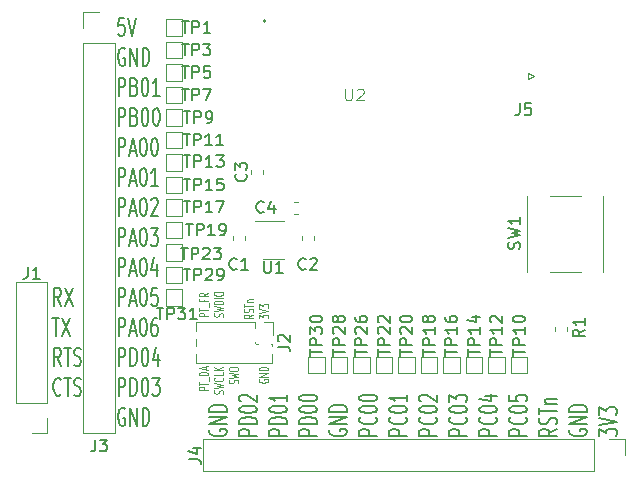
<source format=gbr>
G04 #@! TF.GenerationSoftware,KiCad,Pcbnew,(5.1.5)-3*
G04 #@! TF.CreationDate,2020-02-12T21:54:59-05:00*
G04 #@! TF.ProjectId,BGM210P_Proto,42474d32-3130-4505-9f50-726f746f2e6b,rev?*
G04 #@! TF.SameCoordinates,Original*
G04 #@! TF.FileFunction,Legend,Top*
G04 #@! TF.FilePolarity,Positive*
%FSLAX46Y46*%
G04 Gerber Fmt 4.6, Leading zero omitted, Abs format (unit mm)*
G04 Created by KiCad (PCBNEW (5.1.5)-3) date 2020-02-12 21:54:59*
%MOMM*%
%LPD*%
G04 APERTURE LIST*
%ADD10C,0.100000*%
%ADD11C,0.200000*%
%ADD12C,0.120000*%
%ADD13C,0.150000*%
%ADD14C,0.015000*%
G04 APERTURE END LIST*
D10*
X164826904Y-111991428D02*
X164026904Y-111991428D01*
X164026904Y-111800952D01*
X164065000Y-111753333D01*
X164103095Y-111729523D01*
X164179285Y-111705714D01*
X164293571Y-111705714D01*
X164369761Y-111729523D01*
X164407857Y-111753333D01*
X164445952Y-111800952D01*
X164445952Y-111991428D01*
X164026904Y-111562857D02*
X164026904Y-111277142D01*
X164826904Y-111420000D02*
X164026904Y-111420000D01*
X164903095Y-111229523D02*
X164903095Y-110848571D01*
X164826904Y-110729523D02*
X164026904Y-110729523D01*
X164026904Y-110610476D01*
X164065000Y-110539047D01*
X164141190Y-110491428D01*
X164217380Y-110467619D01*
X164369761Y-110443809D01*
X164484047Y-110443809D01*
X164636428Y-110467619D01*
X164712619Y-110491428D01*
X164788809Y-110539047D01*
X164826904Y-110610476D01*
X164826904Y-110729523D01*
X164598333Y-110253333D02*
X164598333Y-110015238D01*
X164826904Y-110300952D02*
X164026904Y-110134285D01*
X164826904Y-109967619D01*
X166058809Y-112277142D02*
X166096904Y-112205714D01*
X166096904Y-112086666D01*
X166058809Y-112039047D01*
X166020714Y-112015238D01*
X165944523Y-111991428D01*
X165868333Y-111991428D01*
X165792142Y-112015238D01*
X165754047Y-112039047D01*
X165715952Y-112086666D01*
X165677857Y-112181904D01*
X165639761Y-112229523D01*
X165601666Y-112253333D01*
X165525476Y-112277142D01*
X165449285Y-112277142D01*
X165373095Y-112253333D01*
X165335000Y-112229523D01*
X165296904Y-112181904D01*
X165296904Y-112062857D01*
X165335000Y-111991428D01*
X165296904Y-111824761D02*
X166096904Y-111705714D01*
X165525476Y-111610476D01*
X166096904Y-111515238D01*
X165296904Y-111396190D01*
X166020714Y-110920000D02*
X166058809Y-110943809D01*
X166096904Y-111015238D01*
X166096904Y-111062857D01*
X166058809Y-111134285D01*
X165982619Y-111181904D01*
X165906428Y-111205714D01*
X165754047Y-111229523D01*
X165639761Y-111229523D01*
X165487380Y-111205714D01*
X165411190Y-111181904D01*
X165335000Y-111134285D01*
X165296904Y-111062857D01*
X165296904Y-111015238D01*
X165335000Y-110943809D01*
X165373095Y-110920000D01*
X166096904Y-110467619D02*
X166096904Y-110705714D01*
X165296904Y-110705714D01*
X166096904Y-110300952D02*
X165296904Y-110300952D01*
X166096904Y-110015238D02*
X165639761Y-110229523D01*
X165296904Y-110015238D02*
X165754047Y-110300952D01*
X167328809Y-111396190D02*
X167366904Y-111324761D01*
X167366904Y-111205714D01*
X167328809Y-111158095D01*
X167290714Y-111134285D01*
X167214523Y-111110476D01*
X167138333Y-111110476D01*
X167062142Y-111134285D01*
X167024047Y-111158095D01*
X166985952Y-111205714D01*
X166947857Y-111300952D01*
X166909761Y-111348571D01*
X166871666Y-111372380D01*
X166795476Y-111396190D01*
X166719285Y-111396190D01*
X166643095Y-111372380D01*
X166605000Y-111348571D01*
X166566904Y-111300952D01*
X166566904Y-111181904D01*
X166605000Y-111110476D01*
X166566904Y-110943809D02*
X167366904Y-110824761D01*
X166795476Y-110729523D01*
X167366904Y-110634285D01*
X166566904Y-110515238D01*
X166566904Y-110229523D02*
X166566904Y-110134285D01*
X166605000Y-110086666D01*
X166681190Y-110039047D01*
X166833571Y-110015238D01*
X167100238Y-110015238D01*
X167252619Y-110039047D01*
X167328809Y-110086666D01*
X167366904Y-110134285D01*
X167366904Y-110229523D01*
X167328809Y-110277142D01*
X167252619Y-110324761D01*
X167100238Y-110348571D01*
X166833571Y-110348571D01*
X166681190Y-110324761D01*
X166605000Y-110277142D01*
X166566904Y-110229523D01*
X164826904Y-105733952D02*
X164026904Y-105733952D01*
X164026904Y-105543476D01*
X164065000Y-105495857D01*
X164103095Y-105472047D01*
X164179285Y-105448238D01*
X164293571Y-105448238D01*
X164369761Y-105472047D01*
X164407857Y-105495857D01*
X164445952Y-105543476D01*
X164445952Y-105733952D01*
X164026904Y-105305380D02*
X164026904Y-105019666D01*
X164826904Y-105162523D02*
X164026904Y-105162523D01*
X164903095Y-104972047D02*
X164903095Y-104591095D01*
X164407857Y-104305380D02*
X164407857Y-104472047D01*
X164826904Y-104472047D02*
X164026904Y-104472047D01*
X164026904Y-104233952D01*
X164826904Y-103757761D02*
X164445952Y-103924428D01*
X164826904Y-104043476D02*
X164026904Y-104043476D01*
X164026904Y-103853000D01*
X164065000Y-103805380D01*
X164103095Y-103781571D01*
X164179285Y-103757761D01*
X164293571Y-103757761D01*
X164369761Y-103781571D01*
X164407857Y-103805380D01*
X164445952Y-103853000D01*
X164445952Y-104043476D01*
X166058809Y-105757761D02*
X166096904Y-105686333D01*
X166096904Y-105567285D01*
X166058809Y-105519666D01*
X166020714Y-105495857D01*
X165944523Y-105472047D01*
X165868333Y-105472047D01*
X165792142Y-105495857D01*
X165754047Y-105519666D01*
X165715952Y-105567285D01*
X165677857Y-105662523D01*
X165639761Y-105710142D01*
X165601666Y-105733952D01*
X165525476Y-105757761D01*
X165449285Y-105757761D01*
X165373095Y-105733952D01*
X165335000Y-105710142D01*
X165296904Y-105662523D01*
X165296904Y-105543476D01*
X165335000Y-105472047D01*
X165296904Y-105305380D02*
X166096904Y-105186333D01*
X165525476Y-105091095D01*
X166096904Y-104995857D01*
X165296904Y-104876809D01*
X166096904Y-104686333D02*
X165296904Y-104686333D01*
X165296904Y-104567285D01*
X165335000Y-104495857D01*
X165411190Y-104448238D01*
X165487380Y-104424428D01*
X165639761Y-104400619D01*
X165754047Y-104400619D01*
X165906428Y-104424428D01*
X165982619Y-104448238D01*
X166058809Y-104495857D01*
X166096904Y-104567285D01*
X166096904Y-104686333D01*
X166096904Y-104186333D02*
X165296904Y-104186333D01*
X165296904Y-103853000D02*
X165296904Y-103757761D01*
X165335000Y-103710142D01*
X165411190Y-103662523D01*
X165563571Y-103638714D01*
X165830238Y-103638714D01*
X165982619Y-103662523D01*
X166058809Y-103710142D01*
X166096904Y-103757761D01*
X166096904Y-103853000D01*
X166058809Y-103900619D01*
X165982619Y-103948238D01*
X165830238Y-103972047D01*
X165563571Y-103972047D01*
X165411190Y-103948238D01*
X165335000Y-103900619D01*
X165296904Y-103853000D01*
X168636904Y-105575238D02*
X168255952Y-105741904D01*
X168636904Y-105860952D02*
X167836904Y-105860952D01*
X167836904Y-105670476D01*
X167875000Y-105622857D01*
X167913095Y-105599047D01*
X167989285Y-105575238D01*
X168103571Y-105575238D01*
X168179761Y-105599047D01*
X168217857Y-105622857D01*
X168255952Y-105670476D01*
X168255952Y-105860952D01*
X168598809Y-105384761D02*
X168636904Y-105313333D01*
X168636904Y-105194285D01*
X168598809Y-105146666D01*
X168560714Y-105122857D01*
X168484523Y-105099047D01*
X168408333Y-105099047D01*
X168332142Y-105122857D01*
X168294047Y-105146666D01*
X168255952Y-105194285D01*
X168217857Y-105289523D01*
X168179761Y-105337142D01*
X168141666Y-105360952D01*
X168065476Y-105384761D01*
X167989285Y-105384761D01*
X167913095Y-105360952D01*
X167875000Y-105337142D01*
X167836904Y-105289523D01*
X167836904Y-105170476D01*
X167875000Y-105099047D01*
X167836904Y-104956190D02*
X167836904Y-104670476D01*
X168636904Y-104813333D02*
X167836904Y-104813333D01*
X168103571Y-104503809D02*
X168636904Y-104503809D01*
X168179761Y-104503809D02*
X168141666Y-104480000D01*
X168103571Y-104432380D01*
X168103571Y-104360952D01*
X168141666Y-104313333D01*
X168217857Y-104289523D01*
X168636904Y-104289523D01*
X169145000Y-111062857D02*
X169106904Y-111110476D01*
X169106904Y-111181904D01*
X169145000Y-111253333D01*
X169221190Y-111300952D01*
X169297380Y-111324761D01*
X169449761Y-111348571D01*
X169564047Y-111348571D01*
X169716428Y-111324761D01*
X169792619Y-111300952D01*
X169868809Y-111253333D01*
X169906904Y-111181904D01*
X169906904Y-111134285D01*
X169868809Y-111062857D01*
X169830714Y-111039047D01*
X169564047Y-111039047D01*
X169564047Y-111134285D01*
X169906904Y-110824761D02*
X169106904Y-110824761D01*
X169906904Y-110539047D01*
X169106904Y-110539047D01*
X169906904Y-110300952D02*
X169106904Y-110300952D01*
X169106904Y-110181904D01*
X169145000Y-110110476D01*
X169221190Y-110062857D01*
X169297380Y-110039047D01*
X169449761Y-110015238D01*
X169564047Y-110015238D01*
X169716428Y-110039047D01*
X169792619Y-110062857D01*
X169868809Y-110110476D01*
X169906904Y-110181904D01*
X169906904Y-110300952D01*
X169106904Y-105908571D02*
X169106904Y-105599047D01*
X169411666Y-105765714D01*
X169411666Y-105694285D01*
X169449761Y-105646666D01*
X169487857Y-105622857D01*
X169564047Y-105599047D01*
X169754523Y-105599047D01*
X169830714Y-105622857D01*
X169868809Y-105646666D01*
X169906904Y-105694285D01*
X169906904Y-105837142D01*
X169868809Y-105884761D01*
X169830714Y-105908571D01*
X169106904Y-105456190D02*
X169906904Y-105289523D01*
X169106904Y-105122857D01*
X169106904Y-105003809D02*
X169106904Y-104694285D01*
X169411666Y-104860952D01*
X169411666Y-104789523D01*
X169449761Y-104741904D01*
X169487857Y-104718095D01*
X169564047Y-104694285D01*
X169754523Y-104694285D01*
X169830714Y-104718095D01*
X169868809Y-104741904D01*
X169906904Y-104789523D01*
X169906904Y-104932380D01*
X169868809Y-104980000D01*
X169830714Y-105003809D01*
D11*
X152323523Y-112295714D02*
X152275904Y-112367142D01*
X152133047Y-112438571D01*
X152037809Y-112438571D01*
X151894952Y-112367142D01*
X151799714Y-112224285D01*
X151752095Y-112081428D01*
X151704476Y-111795714D01*
X151704476Y-111581428D01*
X151752095Y-111295714D01*
X151799714Y-111152857D01*
X151894952Y-111010000D01*
X152037809Y-110938571D01*
X152133047Y-110938571D01*
X152275904Y-111010000D01*
X152323523Y-111081428D01*
X152609238Y-110938571D02*
X153180666Y-110938571D01*
X152894952Y-112438571D02*
X152894952Y-110938571D01*
X153466380Y-112367142D02*
X153609238Y-112438571D01*
X153847333Y-112438571D01*
X153942571Y-112367142D01*
X153990190Y-112295714D01*
X154037809Y-112152857D01*
X154037809Y-112010000D01*
X153990190Y-111867142D01*
X153942571Y-111795714D01*
X153847333Y-111724285D01*
X153656857Y-111652857D01*
X153561619Y-111581428D01*
X153514000Y-111510000D01*
X153466380Y-111367142D01*
X153466380Y-111224285D01*
X153514000Y-111081428D01*
X153561619Y-111010000D01*
X153656857Y-110938571D01*
X153894952Y-110938571D01*
X154037809Y-111010000D01*
X152323523Y-109898571D02*
X151990190Y-109184285D01*
X151752095Y-109898571D02*
X151752095Y-108398571D01*
X152133047Y-108398571D01*
X152228285Y-108470000D01*
X152275904Y-108541428D01*
X152323523Y-108684285D01*
X152323523Y-108898571D01*
X152275904Y-109041428D01*
X152228285Y-109112857D01*
X152133047Y-109184285D01*
X151752095Y-109184285D01*
X152609238Y-108398571D02*
X153180666Y-108398571D01*
X152894952Y-109898571D02*
X152894952Y-108398571D01*
X153466380Y-109827142D02*
X153609238Y-109898571D01*
X153847333Y-109898571D01*
X153942571Y-109827142D01*
X153990190Y-109755714D01*
X154037809Y-109612857D01*
X154037809Y-109470000D01*
X153990190Y-109327142D01*
X153942571Y-109255714D01*
X153847333Y-109184285D01*
X153656857Y-109112857D01*
X153561619Y-109041428D01*
X153514000Y-108970000D01*
X153466380Y-108827142D01*
X153466380Y-108684285D01*
X153514000Y-108541428D01*
X153561619Y-108470000D01*
X153656857Y-108398571D01*
X153894952Y-108398571D01*
X154037809Y-108470000D01*
X151609238Y-105858571D02*
X152180666Y-105858571D01*
X151894952Y-107358571D02*
X151894952Y-105858571D01*
X152418761Y-105858571D02*
X153085428Y-107358571D01*
X153085428Y-105858571D02*
X152418761Y-107358571D01*
X152323523Y-104818571D02*
X151990190Y-104104285D01*
X151752095Y-104818571D02*
X151752095Y-103318571D01*
X152133047Y-103318571D01*
X152228285Y-103390000D01*
X152275904Y-103461428D01*
X152323523Y-103604285D01*
X152323523Y-103818571D01*
X152275904Y-103961428D01*
X152228285Y-104032857D01*
X152133047Y-104104285D01*
X151752095Y-104104285D01*
X152656857Y-103318571D02*
X153323523Y-104818571D01*
X153323523Y-103318571D02*
X152656857Y-104818571D01*
X194353571Y-115265476D02*
X193639285Y-115598809D01*
X194353571Y-115836904D02*
X192853571Y-115836904D01*
X192853571Y-115455952D01*
X192925000Y-115360714D01*
X192996428Y-115313095D01*
X193139285Y-115265476D01*
X193353571Y-115265476D01*
X193496428Y-115313095D01*
X193567857Y-115360714D01*
X193639285Y-115455952D01*
X193639285Y-115836904D01*
X194282142Y-114884523D02*
X194353571Y-114741666D01*
X194353571Y-114503571D01*
X194282142Y-114408333D01*
X194210714Y-114360714D01*
X194067857Y-114313095D01*
X193925000Y-114313095D01*
X193782142Y-114360714D01*
X193710714Y-114408333D01*
X193639285Y-114503571D01*
X193567857Y-114694047D01*
X193496428Y-114789285D01*
X193425000Y-114836904D01*
X193282142Y-114884523D01*
X193139285Y-114884523D01*
X192996428Y-114836904D01*
X192925000Y-114789285D01*
X192853571Y-114694047D01*
X192853571Y-114455952D01*
X192925000Y-114313095D01*
X192853571Y-114027380D02*
X192853571Y-113455952D01*
X194353571Y-113741666D02*
X192853571Y-113741666D01*
X193353571Y-113122619D02*
X194353571Y-113122619D01*
X193496428Y-113122619D02*
X193425000Y-113075000D01*
X193353571Y-112979761D01*
X193353571Y-112836904D01*
X193425000Y-112741666D01*
X193567857Y-112694047D01*
X194353571Y-112694047D01*
X191813571Y-115836904D02*
X190313571Y-115836904D01*
X190313571Y-115455952D01*
X190385000Y-115360714D01*
X190456428Y-115313095D01*
X190599285Y-115265476D01*
X190813571Y-115265476D01*
X190956428Y-115313095D01*
X191027857Y-115360714D01*
X191099285Y-115455952D01*
X191099285Y-115836904D01*
X191670714Y-114265476D02*
X191742142Y-114313095D01*
X191813571Y-114455952D01*
X191813571Y-114551190D01*
X191742142Y-114694047D01*
X191599285Y-114789285D01*
X191456428Y-114836904D01*
X191170714Y-114884523D01*
X190956428Y-114884523D01*
X190670714Y-114836904D01*
X190527857Y-114789285D01*
X190385000Y-114694047D01*
X190313571Y-114551190D01*
X190313571Y-114455952D01*
X190385000Y-114313095D01*
X190456428Y-114265476D01*
X190313571Y-113646428D02*
X190313571Y-113551190D01*
X190385000Y-113455952D01*
X190456428Y-113408333D01*
X190599285Y-113360714D01*
X190885000Y-113313095D01*
X191242142Y-113313095D01*
X191527857Y-113360714D01*
X191670714Y-113408333D01*
X191742142Y-113455952D01*
X191813571Y-113551190D01*
X191813571Y-113646428D01*
X191742142Y-113741666D01*
X191670714Y-113789285D01*
X191527857Y-113836904D01*
X191242142Y-113884523D01*
X190885000Y-113884523D01*
X190599285Y-113836904D01*
X190456428Y-113789285D01*
X190385000Y-113741666D01*
X190313571Y-113646428D01*
X190313571Y-112408333D02*
X190313571Y-112884523D01*
X191027857Y-112932142D01*
X190956428Y-112884523D01*
X190885000Y-112789285D01*
X190885000Y-112551190D01*
X190956428Y-112455952D01*
X191027857Y-112408333D01*
X191170714Y-112360714D01*
X191527857Y-112360714D01*
X191670714Y-112408333D01*
X191742142Y-112455952D01*
X191813571Y-112551190D01*
X191813571Y-112789285D01*
X191742142Y-112884523D01*
X191670714Y-112932142D01*
X189273571Y-115836904D02*
X187773571Y-115836904D01*
X187773571Y-115455952D01*
X187845000Y-115360714D01*
X187916428Y-115313095D01*
X188059285Y-115265476D01*
X188273571Y-115265476D01*
X188416428Y-115313095D01*
X188487857Y-115360714D01*
X188559285Y-115455952D01*
X188559285Y-115836904D01*
X189130714Y-114265476D02*
X189202142Y-114313095D01*
X189273571Y-114455952D01*
X189273571Y-114551190D01*
X189202142Y-114694047D01*
X189059285Y-114789285D01*
X188916428Y-114836904D01*
X188630714Y-114884523D01*
X188416428Y-114884523D01*
X188130714Y-114836904D01*
X187987857Y-114789285D01*
X187845000Y-114694047D01*
X187773571Y-114551190D01*
X187773571Y-114455952D01*
X187845000Y-114313095D01*
X187916428Y-114265476D01*
X187773571Y-113646428D02*
X187773571Y-113551190D01*
X187845000Y-113455952D01*
X187916428Y-113408333D01*
X188059285Y-113360714D01*
X188345000Y-113313095D01*
X188702142Y-113313095D01*
X188987857Y-113360714D01*
X189130714Y-113408333D01*
X189202142Y-113455952D01*
X189273571Y-113551190D01*
X189273571Y-113646428D01*
X189202142Y-113741666D01*
X189130714Y-113789285D01*
X188987857Y-113836904D01*
X188702142Y-113884523D01*
X188345000Y-113884523D01*
X188059285Y-113836904D01*
X187916428Y-113789285D01*
X187845000Y-113741666D01*
X187773571Y-113646428D01*
X188273571Y-112455952D02*
X189273571Y-112455952D01*
X187702142Y-112694047D02*
X188773571Y-112932142D01*
X188773571Y-112313095D01*
X186733571Y-115836904D02*
X185233571Y-115836904D01*
X185233571Y-115455952D01*
X185305000Y-115360714D01*
X185376428Y-115313095D01*
X185519285Y-115265476D01*
X185733571Y-115265476D01*
X185876428Y-115313095D01*
X185947857Y-115360714D01*
X186019285Y-115455952D01*
X186019285Y-115836904D01*
X186590714Y-114265476D02*
X186662142Y-114313095D01*
X186733571Y-114455952D01*
X186733571Y-114551190D01*
X186662142Y-114694047D01*
X186519285Y-114789285D01*
X186376428Y-114836904D01*
X186090714Y-114884523D01*
X185876428Y-114884523D01*
X185590714Y-114836904D01*
X185447857Y-114789285D01*
X185305000Y-114694047D01*
X185233571Y-114551190D01*
X185233571Y-114455952D01*
X185305000Y-114313095D01*
X185376428Y-114265476D01*
X185233571Y-113646428D02*
X185233571Y-113551190D01*
X185305000Y-113455952D01*
X185376428Y-113408333D01*
X185519285Y-113360714D01*
X185805000Y-113313095D01*
X186162142Y-113313095D01*
X186447857Y-113360714D01*
X186590714Y-113408333D01*
X186662142Y-113455952D01*
X186733571Y-113551190D01*
X186733571Y-113646428D01*
X186662142Y-113741666D01*
X186590714Y-113789285D01*
X186447857Y-113836904D01*
X186162142Y-113884523D01*
X185805000Y-113884523D01*
X185519285Y-113836904D01*
X185376428Y-113789285D01*
X185305000Y-113741666D01*
X185233571Y-113646428D01*
X185233571Y-112979761D02*
X185233571Y-112360714D01*
X185805000Y-112694047D01*
X185805000Y-112551190D01*
X185876428Y-112455952D01*
X185947857Y-112408333D01*
X186090714Y-112360714D01*
X186447857Y-112360714D01*
X186590714Y-112408333D01*
X186662142Y-112455952D01*
X186733571Y-112551190D01*
X186733571Y-112836904D01*
X186662142Y-112932142D01*
X186590714Y-112979761D01*
X184193571Y-115836904D02*
X182693571Y-115836904D01*
X182693571Y-115455952D01*
X182765000Y-115360714D01*
X182836428Y-115313095D01*
X182979285Y-115265476D01*
X183193571Y-115265476D01*
X183336428Y-115313095D01*
X183407857Y-115360714D01*
X183479285Y-115455952D01*
X183479285Y-115836904D01*
X184050714Y-114265476D02*
X184122142Y-114313095D01*
X184193571Y-114455952D01*
X184193571Y-114551190D01*
X184122142Y-114694047D01*
X183979285Y-114789285D01*
X183836428Y-114836904D01*
X183550714Y-114884523D01*
X183336428Y-114884523D01*
X183050714Y-114836904D01*
X182907857Y-114789285D01*
X182765000Y-114694047D01*
X182693571Y-114551190D01*
X182693571Y-114455952D01*
X182765000Y-114313095D01*
X182836428Y-114265476D01*
X182693571Y-113646428D02*
X182693571Y-113551190D01*
X182765000Y-113455952D01*
X182836428Y-113408333D01*
X182979285Y-113360714D01*
X183265000Y-113313095D01*
X183622142Y-113313095D01*
X183907857Y-113360714D01*
X184050714Y-113408333D01*
X184122142Y-113455952D01*
X184193571Y-113551190D01*
X184193571Y-113646428D01*
X184122142Y-113741666D01*
X184050714Y-113789285D01*
X183907857Y-113836904D01*
X183622142Y-113884523D01*
X183265000Y-113884523D01*
X182979285Y-113836904D01*
X182836428Y-113789285D01*
X182765000Y-113741666D01*
X182693571Y-113646428D01*
X182836428Y-112932142D02*
X182765000Y-112884523D01*
X182693571Y-112789285D01*
X182693571Y-112551190D01*
X182765000Y-112455952D01*
X182836428Y-112408333D01*
X182979285Y-112360714D01*
X183122142Y-112360714D01*
X183336428Y-112408333D01*
X184193571Y-112979761D01*
X184193571Y-112360714D01*
X181653571Y-115836904D02*
X180153571Y-115836904D01*
X180153571Y-115455952D01*
X180225000Y-115360714D01*
X180296428Y-115313095D01*
X180439285Y-115265476D01*
X180653571Y-115265476D01*
X180796428Y-115313095D01*
X180867857Y-115360714D01*
X180939285Y-115455952D01*
X180939285Y-115836904D01*
X181510714Y-114265476D02*
X181582142Y-114313095D01*
X181653571Y-114455952D01*
X181653571Y-114551190D01*
X181582142Y-114694047D01*
X181439285Y-114789285D01*
X181296428Y-114836904D01*
X181010714Y-114884523D01*
X180796428Y-114884523D01*
X180510714Y-114836904D01*
X180367857Y-114789285D01*
X180225000Y-114694047D01*
X180153571Y-114551190D01*
X180153571Y-114455952D01*
X180225000Y-114313095D01*
X180296428Y-114265476D01*
X180153571Y-113646428D02*
X180153571Y-113551190D01*
X180225000Y-113455952D01*
X180296428Y-113408333D01*
X180439285Y-113360714D01*
X180725000Y-113313095D01*
X181082142Y-113313095D01*
X181367857Y-113360714D01*
X181510714Y-113408333D01*
X181582142Y-113455952D01*
X181653571Y-113551190D01*
X181653571Y-113646428D01*
X181582142Y-113741666D01*
X181510714Y-113789285D01*
X181367857Y-113836904D01*
X181082142Y-113884523D01*
X180725000Y-113884523D01*
X180439285Y-113836904D01*
X180296428Y-113789285D01*
X180225000Y-113741666D01*
X180153571Y-113646428D01*
X181653571Y-112360714D02*
X181653571Y-112932142D01*
X181653571Y-112646428D02*
X180153571Y-112646428D01*
X180367857Y-112741666D01*
X180510714Y-112836904D01*
X180582142Y-112932142D01*
X179113571Y-115836904D02*
X177613571Y-115836904D01*
X177613571Y-115455952D01*
X177685000Y-115360714D01*
X177756428Y-115313095D01*
X177899285Y-115265476D01*
X178113571Y-115265476D01*
X178256428Y-115313095D01*
X178327857Y-115360714D01*
X178399285Y-115455952D01*
X178399285Y-115836904D01*
X178970714Y-114265476D02*
X179042142Y-114313095D01*
X179113571Y-114455952D01*
X179113571Y-114551190D01*
X179042142Y-114694047D01*
X178899285Y-114789285D01*
X178756428Y-114836904D01*
X178470714Y-114884523D01*
X178256428Y-114884523D01*
X177970714Y-114836904D01*
X177827857Y-114789285D01*
X177685000Y-114694047D01*
X177613571Y-114551190D01*
X177613571Y-114455952D01*
X177685000Y-114313095D01*
X177756428Y-114265476D01*
X177613571Y-113646428D02*
X177613571Y-113551190D01*
X177685000Y-113455952D01*
X177756428Y-113408333D01*
X177899285Y-113360714D01*
X178185000Y-113313095D01*
X178542142Y-113313095D01*
X178827857Y-113360714D01*
X178970714Y-113408333D01*
X179042142Y-113455952D01*
X179113571Y-113551190D01*
X179113571Y-113646428D01*
X179042142Y-113741666D01*
X178970714Y-113789285D01*
X178827857Y-113836904D01*
X178542142Y-113884523D01*
X178185000Y-113884523D01*
X177899285Y-113836904D01*
X177756428Y-113789285D01*
X177685000Y-113741666D01*
X177613571Y-113646428D01*
X177613571Y-112694047D02*
X177613571Y-112598809D01*
X177685000Y-112503571D01*
X177756428Y-112455952D01*
X177899285Y-112408333D01*
X178185000Y-112360714D01*
X178542142Y-112360714D01*
X178827857Y-112408333D01*
X178970714Y-112455952D01*
X179042142Y-112503571D01*
X179113571Y-112598809D01*
X179113571Y-112694047D01*
X179042142Y-112789285D01*
X178970714Y-112836904D01*
X178827857Y-112884523D01*
X178542142Y-112932142D01*
X178185000Y-112932142D01*
X177899285Y-112884523D01*
X177756428Y-112836904D01*
X177685000Y-112789285D01*
X177613571Y-112694047D01*
X197933571Y-115872142D02*
X197933571Y-115253095D01*
X198505000Y-115586428D01*
X198505000Y-115443571D01*
X198576428Y-115348333D01*
X198647857Y-115300714D01*
X198790714Y-115253095D01*
X199147857Y-115253095D01*
X199290714Y-115300714D01*
X199362142Y-115348333D01*
X199433571Y-115443571D01*
X199433571Y-115729285D01*
X199362142Y-115824523D01*
X199290714Y-115872142D01*
X197933571Y-114967380D02*
X199433571Y-114634047D01*
X197933571Y-114300714D01*
X197933571Y-114062619D02*
X197933571Y-113443571D01*
X198505000Y-113776904D01*
X198505000Y-113634047D01*
X198576428Y-113538809D01*
X198647857Y-113491190D01*
X198790714Y-113443571D01*
X199147857Y-113443571D01*
X199290714Y-113491190D01*
X199362142Y-113538809D01*
X199433571Y-113634047D01*
X199433571Y-113919761D01*
X199362142Y-114015000D01*
X199290714Y-114062619D01*
X195465000Y-115313095D02*
X195393571Y-115408333D01*
X195393571Y-115551190D01*
X195465000Y-115694047D01*
X195607857Y-115789285D01*
X195750714Y-115836904D01*
X196036428Y-115884523D01*
X196250714Y-115884523D01*
X196536428Y-115836904D01*
X196679285Y-115789285D01*
X196822142Y-115694047D01*
X196893571Y-115551190D01*
X196893571Y-115455952D01*
X196822142Y-115313095D01*
X196750714Y-115265476D01*
X196250714Y-115265476D01*
X196250714Y-115455952D01*
X196893571Y-114836904D02*
X195393571Y-114836904D01*
X196893571Y-114265476D01*
X195393571Y-114265476D01*
X196893571Y-113789285D02*
X195393571Y-113789285D01*
X195393571Y-113551190D01*
X195465000Y-113408333D01*
X195607857Y-113313095D01*
X195750714Y-113265476D01*
X196036428Y-113217857D01*
X196250714Y-113217857D01*
X196536428Y-113265476D01*
X196679285Y-113313095D01*
X196822142Y-113408333D01*
X196893571Y-113551190D01*
X196893571Y-113789285D01*
X175145000Y-115313095D02*
X175073571Y-115408333D01*
X175073571Y-115551190D01*
X175145000Y-115694047D01*
X175287857Y-115789285D01*
X175430714Y-115836904D01*
X175716428Y-115884523D01*
X175930714Y-115884523D01*
X176216428Y-115836904D01*
X176359285Y-115789285D01*
X176502142Y-115694047D01*
X176573571Y-115551190D01*
X176573571Y-115455952D01*
X176502142Y-115313095D01*
X176430714Y-115265476D01*
X175930714Y-115265476D01*
X175930714Y-115455952D01*
X176573571Y-114836904D02*
X175073571Y-114836904D01*
X176573571Y-114265476D01*
X175073571Y-114265476D01*
X176573571Y-113789285D02*
X175073571Y-113789285D01*
X175073571Y-113551190D01*
X175145000Y-113408333D01*
X175287857Y-113313095D01*
X175430714Y-113265476D01*
X175716428Y-113217857D01*
X175930714Y-113217857D01*
X176216428Y-113265476D01*
X176359285Y-113313095D01*
X176502142Y-113408333D01*
X176573571Y-113551190D01*
X176573571Y-113789285D01*
X174033571Y-115836904D02*
X172533571Y-115836904D01*
X172533571Y-115455952D01*
X172605000Y-115360714D01*
X172676428Y-115313095D01*
X172819285Y-115265476D01*
X173033571Y-115265476D01*
X173176428Y-115313095D01*
X173247857Y-115360714D01*
X173319285Y-115455952D01*
X173319285Y-115836904D01*
X174033571Y-114836904D02*
X172533571Y-114836904D01*
X172533571Y-114598809D01*
X172605000Y-114455952D01*
X172747857Y-114360714D01*
X172890714Y-114313095D01*
X173176428Y-114265476D01*
X173390714Y-114265476D01*
X173676428Y-114313095D01*
X173819285Y-114360714D01*
X173962142Y-114455952D01*
X174033571Y-114598809D01*
X174033571Y-114836904D01*
X172533571Y-113646428D02*
X172533571Y-113551190D01*
X172605000Y-113455952D01*
X172676428Y-113408333D01*
X172819285Y-113360714D01*
X173105000Y-113313095D01*
X173462142Y-113313095D01*
X173747857Y-113360714D01*
X173890714Y-113408333D01*
X173962142Y-113455952D01*
X174033571Y-113551190D01*
X174033571Y-113646428D01*
X173962142Y-113741666D01*
X173890714Y-113789285D01*
X173747857Y-113836904D01*
X173462142Y-113884523D01*
X173105000Y-113884523D01*
X172819285Y-113836904D01*
X172676428Y-113789285D01*
X172605000Y-113741666D01*
X172533571Y-113646428D01*
X172533571Y-112694047D02*
X172533571Y-112598809D01*
X172605000Y-112503571D01*
X172676428Y-112455952D01*
X172819285Y-112408333D01*
X173105000Y-112360714D01*
X173462142Y-112360714D01*
X173747857Y-112408333D01*
X173890714Y-112455952D01*
X173962142Y-112503571D01*
X174033571Y-112598809D01*
X174033571Y-112694047D01*
X173962142Y-112789285D01*
X173890714Y-112836904D01*
X173747857Y-112884523D01*
X173462142Y-112932142D01*
X173105000Y-112932142D01*
X172819285Y-112884523D01*
X172676428Y-112836904D01*
X172605000Y-112789285D01*
X172533571Y-112694047D01*
X171493571Y-115836904D02*
X169993571Y-115836904D01*
X169993571Y-115455952D01*
X170065000Y-115360714D01*
X170136428Y-115313095D01*
X170279285Y-115265476D01*
X170493571Y-115265476D01*
X170636428Y-115313095D01*
X170707857Y-115360714D01*
X170779285Y-115455952D01*
X170779285Y-115836904D01*
X171493571Y-114836904D02*
X169993571Y-114836904D01*
X169993571Y-114598809D01*
X170065000Y-114455952D01*
X170207857Y-114360714D01*
X170350714Y-114313095D01*
X170636428Y-114265476D01*
X170850714Y-114265476D01*
X171136428Y-114313095D01*
X171279285Y-114360714D01*
X171422142Y-114455952D01*
X171493571Y-114598809D01*
X171493571Y-114836904D01*
X169993571Y-113646428D02*
X169993571Y-113551190D01*
X170065000Y-113455952D01*
X170136428Y-113408333D01*
X170279285Y-113360714D01*
X170565000Y-113313095D01*
X170922142Y-113313095D01*
X171207857Y-113360714D01*
X171350714Y-113408333D01*
X171422142Y-113455952D01*
X171493571Y-113551190D01*
X171493571Y-113646428D01*
X171422142Y-113741666D01*
X171350714Y-113789285D01*
X171207857Y-113836904D01*
X170922142Y-113884523D01*
X170565000Y-113884523D01*
X170279285Y-113836904D01*
X170136428Y-113789285D01*
X170065000Y-113741666D01*
X169993571Y-113646428D01*
X171493571Y-112360714D02*
X171493571Y-112932142D01*
X171493571Y-112646428D02*
X169993571Y-112646428D01*
X170207857Y-112741666D01*
X170350714Y-112836904D01*
X170422142Y-112932142D01*
X168953571Y-115836904D02*
X167453571Y-115836904D01*
X167453571Y-115455952D01*
X167525000Y-115360714D01*
X167596428Y-115313095D01*
X167739285Y-115265476D01*
X167953571Y-115265476D01*
X168096428Y-115313095D01*
X168167857Y-115360714D01*
X168239285Y-115455952D01*
X168239285Y-115836904D01*
X168953571Y-114836904D02*
X167453571Y-114836904D01*
X167453571Y-114598809D01*
X167525000Y-114455952D01*
X167667857Y-114360714D01*
X167810714Y-114313095D01*
X168096428Y-114265476D01*
X168310714Y-114265476D01*
X168596428Y-114313095D01*
X168739285Y-114360714D01*
X168882142Y-114455952D01*
X168953571Y-114598809D01*
X168953571Y-114836904D01*
X167453571Y-113646428D02*
X167453571Y-113551190D01*
X167525000Y-113455952D01*
X167596428Y-113408333D01*
X167739285Y-113360714D01*
X168025000Y-113313095D01*
X168382142Y-113313095D01*
X168667857Y-113360714D01*
X168810714Y-113408333D01*
X168882142Y-113455952D01*
X168953571Y-113551190D01*
X168953571Y-113646428D01*
X168882142Y-113741666D01*
X168810714Y-113789285D01*
X168667857Y-113836904D01*
X168382142Y-113884523D01*
X168025000Y-113884523D01*
X167739285Y-113836904D01*
X167596428Y-113789285D01*
X167525000Y-113741666D01*
X167453571Y-113646428D01*
X167596428Y-112932142D02*
X167525000Y-112884523D01*
X167453571Y-112789285D01*
X167453571Y-112551190D01*
X167525000Y-112455952D01*
X167596428Y-112408333D01*
X167739285Y-112360714D01*
X167882142Y-112360714D01*
X168096428Y-112408333D01*
X168953571Y-112979761D01*
X168953571Y-112360714D01*
X164985000Y-115313095D02*
X164913571Y-115408333D01*
X164913571Y-115551190D01*
X164985000Y-115694047D01*
X165127857Y-115789285D01*
X165270714Y-115836904D01*
X165556428Y-115884523D01*
X165770714Y-115884523D01*
X166056428Y-115836904D01*
X166199285Y-115789285D01*
X166342142Y-115694047D01*
X166413571Y-115551190D01*
X166413571Y-115455952D01*
X166342142Y-115313095D01*
X166270714Y-115265476D01*
X165770714Y-115265476D01*
X165770714Y-115455952D01*
X166413571Y-114836904D02*
X164913571Y-114836904D01*
X166413571Y-114265476D01*
X164913571Y-114265476D01*
X166413571Y-113789285D02*
X164913571Y-113789285D01*
X164913571Y-113551190D01*
X164985000Y-113408333D01*
X165127857Y-113313095D01*
X165270714Y-113265476D01*
X165556428Y-113217857D01*
X165770714Y-113217857D01*
X166056428Y-113265476D01*
X166199285Y-113313095D01*
X166342142Y-113408333D01*
X166413571Y-113551190D01*
X166413571Y-113789285D01*
X157736904Y-113550000D02*
X157641666Y-113478571D01*
X157498809Y-113478571D01*
X157355952Y-113550000D01*
X157260714Y-113692857D01*
X157213095Y-113835714D01*
X157165476Y-114121428D01*
X157165476Y-114335714D01*
X157213095Y-114621428D01*
X157260714Y-114764285D01*
X157355952Y-114907142D01*
X157498809Y-114978571D01*
X157594047Y-114978571D01*
X157736904Y-114907142D01*
X157784523Y-114835714D01*
X157784523Y-114335714D01*
X157594047Y-114335714D01*
X158213095Y-114978571D02*
X158213095Y-113478571D01*
X158784523Y-114978571D01*
X158784523Y-113478571D01*
X159260714Y-114978571D02*
X159260714Y-113478571D01*
X159498809Y-113478571D01*
X159641666Y-113550000D01*
X159736904Y-113692857D01*
X159784523Y-113835714D01*
X159832142Y-114121428D01*
X159832142Y-114335714D01*
X159784523Y-114621428D01*
X159736904Y-114764285D01*
X159641666Y-114907142D01*
X159498809Y-114978571D01*
X159260714Y-114978571D01*
X157213095Y-112438571D02*
X157213095Y-110938571D01*
X157594047Y-110938571D01*
X157689285Y-111010000D01*
X157736904Y-111081428D01*
X157784523Y-111224285D01*
X157784523Y-111438571D01*
X157736904Y-111581428D01*
X157689285Y-111652857D01*
X157594047Y-111724285D01*
X157213095Y-111724285D01*
X158213095Y-112438571D02*
X158213095Y-110938571D01*
X158451190Y-110938571D01*
X158594047Y-111010000D01*
X158689285Y-111152857D01*
X158736904Y-111295714D01*
X158784523Y-111581428D01*
X158784523Y-111795714D01*
X158736904Y-112081428D01*
X158689285Y-112224285D01*
X158594047Y-112367142D01*
X158451190Y-112438571D01*
X158213095Y-112438571D01*
X159403571Y-110938571D02*
X159498809Y-110938571D01*
X159594047Y-111010000D01*
X159641666Y-111081428D01*
X159689285Y-111224285D01*
X159736904Y-111510000D01*
X159736904Y-111867142D01*
X159689285Y-112152857D01*
X159641666Y-112295714D01*
X159594047Y-112367142D01*
X159498809Y-112438571D01*
X159403571Y-112438571D01*
X159308333Y-112367142D01*
X159260714Y-112295714D01*
X159213095Y-112152857D01*
X159165476Y-111867142D01*
X159165476Y-111510000D01*
X159213095Y-111224285D01*
X159260714Y-111081428D01*
X159308333Y-111010000D01*
X159403571Y-110938571D01*
X160070238Y-110938571D02*
X160689285Y-110938571D01*
X160355952Y-111510000D01*
X160498809Y-111510000D01*
X160594047Y-111581428D01*
X160641666Y-111652857D01*
X160689285Y-111795714D01*
X160689285Y-112152857D01*
X160641666Y-112295714D01*
X160594047Y-112367142D01*
X160498809Y-112438571D01*
X160213095Y-112438571D01*
X160117857Y-112367142D01*
X160070238Y-112295714D01*
X157213095Y-109898571D02*
X157213095Y-108398571D01*
X157594047Y-108398571D01*
X157689285Y-108470000D01*
X157736904Y-108541428D01*
X157784523Y-108684285D01*
X157784523Y-108898571D01*
X157736904Y-109041428D01*
X157689285Y-109112857D01*
X157594047Y-109184285D01*
X157213095Y-109184285D01*
X158213095Y-109898571D02*
X158213095Y-108398571D01*
X158451190Y-108398571D01*
X158594047Y-108470000D01*
X158689285Y-108612857D01*
X158736904Y-108755714D01*
X158784523Y-109041428D01*
X158784523Y-109255714D01*
X158736904Y-109541428D01*
X158689285Y-109684285D01*
X158594047Y-109827142D01*
X158451190Y-109898571D01*
X158213095Y-109898571D01*
X159403571Y-108398571D02*
X159498809Y-108398571D01*
X159594047Y-108470000D01*
X159641666Y-108541428D01*
X159689285Y-108684285D01*
X159736904Y-108970000D01*
X159736904Y-109327142D01*
X159689285Y-109612857D01*
X159641666Y-109755714D01*
X159594047Y-109827142D01*
X159498809Y-109898571D01*
X159403571Y-109898571D01*
X159308333Y-109827142D01*
X159260714Y-109755714D01*
X159213095Y-109612857D01*
X159165476Y-109327142D01*
X159165476Y-108970000D01*
X159213095Y-108684285D01*
X159260714Y-108541428D01*
X159308333Y-108470000D01*
X159403571Y-108398571D01*
X160594047Y-108898571D02*
X160594047Y-109898571D01*
X160355952Y-108327142D02*
X160117857Y-109398571D01*
X160736904Y-109398571D01*
X157213095Y-107358571D02*
X157213095Y-105858571D01*
X157594047Y-105858571D01*
X157689285Y-105930000D01*
X157736904Y-106001428D01*
X157784523Y-106144285D01*
X157784523Y-106358571D01*
X157736904Y-106501428D01*
X157689285Y-106572857D01*
X157594047Y-106644285D01*
X157213095Y-106644285D01*
X158165476Y-106930000D02*
X158641666Y-106930000D01*
X158070238Y-107358571D02*
X158403571Y-105858571D01*
X158736904Y-107358571D01*
X159260714Y-105858571D02*
X159355952Y-105858571D01*
X159451190Y-105930000D01*
X159498809Y-106001428D01*
X159546428Y-106144285D01*
X159594047Y-106430000D01*
X159594047Y-106787142D01*
X159546428Y-107072857D01*
X159498809Y-107215714D01*
X159451190Y-107287142D01*
X159355952Y-107358571D01*
X159260714Y-107358571D01*
X159165476Y-107287142D01*
X159117857Y-107215714D01*
X159070238Y-107072857D01*
X159022619Y-106787142D01*
X159022619Y-106430000D01*
X159070238Y-106144285D01*
X159117857Y-106001428D01*
X159165476Y-105930000D01*
X159260714Y-105858571D01*
X160451190Y-105858571D02*
X160260714Y-105858571D01*
X160165476Y-105930000D01*
X160117857Y-106001428D01*
X160022619Y-106215714D01*
X159975000Y-106501428D01*
X159975000Y-107072857D01*
X160022619Y-107215714D01*
X160070238Y-107287142D01*
X160165476Y-107358571D01*
X160355952Y-107358571D01*
X160451190Y-107287142D01*
X160498809Y-107215714D01*
X160546428Y-107072857D01*
X160546428Y-106715714D01*
X160498809Y-106572857D01*
X160451190Y-106501428D01*
X160355952Y-106430000D01*
X160165476Y-106430000D01*
X160070238Y-106501428D01*
X160022619Y-106572857D01*
X159975000Y-106715714D01*
X157213095Y-104818571D02*
X157213095Y-103318571D01*
X157594047Y-103318571D01*
X157689285Y-103390000D01*
X157736904Y-103461428D01*
X157784523Y-103604285D01*
X157784523Y-103818571D01*
X157736904Y-103961428D01*
X157689285Y-104032857D01*
X157594047Y-104104285D01*
X157213095Y-104104285D01*
X158165476Y-104390000D02*
X158641666Y-104390000D01*
X158070238Y-104818571D02*
X158403571Y-103318571D01*
X158736904Y-104818571D01*
X159260714Y-103318571D02*
X159355952Y-103318571D01*
X159451190Y-103390000D01*
X159498809Y-103461428D01*
X159546428Y-103604285D01*
X159594047Y-103890000D01*
X159594047Y-104247142D01*
X159546428Y-104532857D01*
X159498809Y-104675714D01*
X159451190Y-104747142D01*
X159355952Y-104818571D01*
X159260714Y-104818571D01*
X159165476Y-104747142D01*
X159117857Y-104675714D01*
X159070238Y-104532857D01*
X159022619Y-104247142D01*
X159022619Y-103890000D01*
X159070238Y-103604285D01*
X159117857Y-103461428D01*
X159165476Y-103390000D01*
X159260714Y-103318571D01*
X160498809Y-103318571D02*
X160022619Y-103318571D01*
X159975000Y-104032857D01*
X160022619Y-103961428D01*
X160117857Y-103890000D01*
X160355952Y-103890000D01*
X160451190Y-103961428D01*
X160498809Y-104032857D01*
X160546428Y-104175714D01*
X160546428Y-104532857D01*
X160498809Y-104675714D01*
X160451190Y-104747142D01*
X160355952Y-104818571D01*
X160117857Y-104818571D01*
X160022619Y-104747142D01*
X159975000Y-104675714D01*
X157213095Y-102278571D02*
X157213095Y-100778571D01*
X157594047Y-100778571D01*
X157689285Y-100850000D01*
X157736904Y-100921428D01*
X157784523Y-101064285D01*
X157784523Y-101278571D01*
X157736904Y-101421428D01*
X157689285Y-101492857D01*
X157594047Y-101564285D01*
X157213095Y-101564285D01*
X158165476Y-101850000D02*
X158641666Y-101850000D01*
X158070238Y-102278571D02*
X158403571Y-100778571D01*
X158736904Y-102278571D01*
X159260714Y-100778571D02*
X159355952Y-100778571D01*
X159451190Y-100850000D01*
X159498809Y-100921428D01*
X159546428Y-101064285D01*
X159594047Y-101350000D01*
X159594047Y-101707142D01*
X159546428Y-101992857D01*
X159498809Y-102135714D01*
X159451190Y-102207142D01*
X159355952Y-102278571D01*
X159260714Y-102278571D01*
X159165476Y-102207142D01*
X159117857Y-102135714D01*
X159070238Y-101992857D01*
X159022619Y-101707142D01*
X159022619Y-101350000D01*
X159070238Y-101064285D01*
X159117857Y-100921428D01*
X159165476Y-100850000D01*
X159260714Y-100778571D01*
X160451190Y-101278571D02*
X160451190Y-102278571D01*
X160213095Y-100707142D02*
X159975000Y-101778571D01*
X160594047Y-101778571D01*
X157213095Y-99738571D02*
X157213095Y-98238571D01*
X157594047Y-98238571D01*
X157689285Y-98310000D01*
X157736904Y-98381428D01*
X157784523Y-98524285D01*
X157784523Y-98738571D01*
X157736904Y-98881428D01*
X157689285Y-98952857D01*
X157594047Y-99024285D01*
X157213095Y-99024285D01*
X158165476Y-99310000D02*
X158641666Y-99310000D01*
X158070238Y-99738571D02*
X158403571Y-98238571D01*
X158736904Y-99738571D01*
X159260714Y-98238571D02*
X159355952Y-98238571D01*
X159451190Y-98310000D01*
X159498809Y-98381428D01*
X159546428Y-98524285D01*
X159594047Y-98810000D01*
X159594047Y-99167142D01*
X159546428Y-99452857D01*
X159498809Y-99595714D01*
X159451190Y-99667142D01*
X159355952Y-99738571D01*
X159260714Y-99738571D01*
X159165476Y-99667142D01*
X159117857Y-99595714D01*
X159070238Y-99452857D01*
X159022619Y-99167142D01*
X159022619Y-98810000D01*
X159070238Y-98524285D01*
X159117857Y-98381428D01*
X159165476Y-98310000D01*
X159260714Y-98238571D01*
X159927380Y-98238571D02*
X160546428Y-98238571D01*
X160213095Y-98810000D01*
X160355952Y-98810000D01*
X160451190Y-98881428D01*
X160498809Y-98952857D01*
X160546428Y-99095714D01*
X160546428Y-99452857D01*
X160498809Y-99595714D01*
X160451190Y-99667142D01*
X160355952Y-99738571D01*
X160070238Y-99738571D01*
X159975000Y-99667142D01*
X159927380Y-99595714D01*
X157213095Y-97198571D02*
X157213095Y-95698571D01*
X157594047Y-95698571D01*
X157689285Y-95770000D01*
X157736904Y-95841428D01*
X157784523Y-95984285D01*
X157784523Y-96198571D01*
X157736904Y-96341428D01*
X157689285Y-96412857D01*
X157594047Y-96484285D01*
X157213095Y-96484285D01*
X158165476Y-96770000D02*
X158641666Y-96770000D01*
X158070238Y-97198571D02*
X158403571Y-95698571D01*
X158736904Y-97198571D01*
X159260714Y-95698571D02*
X159355952Y-95698571D01*
X159451190Y-95770000D01*
X159498809Y-95841428D01*
X159546428Y-95984285D01*
X159594047Y-96270000D01*
X159594047Y-96627142D01*
X159546428Y-96912857D01*
X159498809Y-97055714D01*
X159451190Y-97127142D01*
X159355952Y-97198571D01*
X159260714Y-97198571D01*
X159165476Y-97127142D01*
X159117857Y-97055714D01*
X159070238Y-96912857D01*
X159022619Y-96627142D01*
X159022619Y-96270000D01*
X159070238Y-95984285D01*
X159117857Y-95841428D01*
X159165476Y-95770000D01*
X159260714Y-95698571D01*
X159975000Y-95841428D02*
X160022619Y-95770000D01*
X160117857Y-95698571D01*
X160355952Y-95698571D01*
X160451190Y-95770000D01*
X160498809Y-95841428D01*
X160546428Y-95984285D01*
X160546428Y-96127142D01*
X160498809Y-96341428D01*
X159927380Y-97198571D01*
X160546428Y-97198571D01*
X157213095Y-94658571D02*
X157213095Y-93158571D01*
X157594047Y-93158571D01*
X157689285Y-93230000D01*
X157736904Y-93301428D01*
X157784523Y-93444285D01*
X157784523Y-93658571D01*
X157736904Y-93801428D01*
X157689285Y-93872857D01*
X157594047Y-93944285D01*
X157213095Y-93944285D01*
X158165476Y-94230000D02*
X158641666Y-94230000D01*
X158070238Y-94658571D02*
X158403571Y-93158571D01*
X158736904Y-94658571D01*
X159260714Y-93158571D02*
X159355952Y-93158571D01*
X159451190Y-93230000D01*
X159498809Y-93301428D01*
X159546428Y-93444285D01*
X159594047Y-93730000D01*
X159594047Y-94087142D01*
X159546428Y-94372857D01*
X159498809Y-94515714D01*
X159451190Y-94587142D01*
X159355952Y-94658571D01*
X159260714Y-94658571D01*
X159165476Y-94587142D01*
X159117857Y-94515714D01*
X159070238Y-94372857D01*
X159022619Y-94087142D01*
X159022619Y-93730000D01*
X159070238Y-93444285D01*
X159117857Y-93301428D01*
X159165476Y-93230000D01*
X159260714Y-93158571D01*
X160546428Y-94658571D02*
X159975000Y-94658571D01*
X160260714Y-94658571D02*
X160260714Y-93158571D01*
X160165476Y-93372857D01*
X160070238Y-93515714D01*
X159975000Y-93587142D01*
X157213095Y-92118571D02*
X157213095Y-90618571D01*
X157594047Y-90618571D01*
X157689285Y-90690000D01*
X157736904Y-90761428D01*
X157784523Y-90904285D01*
X157784523Y-91118571D01*
X157736904Y-91261428D01*
X157689285Y-91332857D01*
X157594047Y-91404285D01*
X157213095Y-91404285D01*
X158165476Y-91690000D02*
X158641666Y-91690000D01*
X158070238Y-92118571D02*
X158403571Y-90618571D01*
X158736904Y-92118571D01*
X159260714Y-90618571D02*
X159355952Y-90618571D01*
X159451190Y-90690000D01*
X159498809Y-90761428D01*
X159546428Y-90904285D01*
X159594047Y-91190000D01*
X159594047Y-91547142D01*
X159546428Y-91832857D01*
X159498809Y-91975714D01*
X159451190Y-92047142D01*
X159355952Y-92118571D01*
X159260714Y-92118571D01*
X159165476Y-92047142D01*
X159117857Y-91975714D01*
X159070238Y-91832857D01*
X159022619Y-91547142D01*
X159022619Y-91190000D01*
X159070238Y-90904285D01*
X159117857Y-90761428D01*
X159165476Y-90690000D01*
X159260714Y-90618571D01*
X160213095Y-90618571D02*
X160308333Y-90618571D01*
X160403571Y-90690000D01*
X160451190Y-90761428D01*
X160498809Y-90904285D01*
X160546428Y-91190000D01*
X160546428Y-91547142D01*
X160498809Y-91832857D01*
X160451190Y-91975714D01*
X160403571Y-92047142D01*
X160308333Y-92118571D01*
X160213095Y-92118571D01*
X160117857Y-92047142D01*
X160070238Y-91975714D01*
X160022619Y-91832857D01*
X159975000Y-91547142D01*
X159975000Y-91190000D01*
X160022619Y-90904285D01*
X160070238Y-90761428D01*
X160117857Y-90690000D01*
X160213095Y-90618571D01*
X157213095Y-89578571D02*
X157213095Y-88078571D01*
X157594047Y-88078571D01*
X157689285Y-88150000D01*
X157736904Y-88221428D01*
X157784523Y-88364285D01*
X157784523Y-88578571D01*
X157736904Y-88721428D01*
X157689285Y-88792857D01*
X157594047Y-88864285D01*
X157213095Y-88864285D01*
X158546428Y-88792857D02*
X158689285Y-88864285D01*
X158736904Y-88935714D01*
X158784523Y-89078571D01*
X158784523Y-89292857D01*
X158736904Y-89435714D01*
X158689285Y-89507142D01*
X158594047Y-89578571D01*
X158213095Y-89578571D01*
X158213095Y-88078571D01*
X158546428Y-88078571D01*
X158641666Y-88150000D01*
X158689285Y-88221428D01*
X158736904Y-88364285D01*
X158736904Y-88507142D01*
X158689285Y-88650000D01*
X158641666Y-88721428D01*
X158546428Y-88792857D01*
X158213095Y-88792857D01*
X159403571Y-88078571D02*
X159498809Y-88078571D01*
X159594047Y-88150000D01*
X159641666Y-88221428D01*
X159689285Y-88364285D01*
X159736904Y-88650000D01*
X159736904Y-89007142D01*
X159689285Y-89292857D01*
X159641666Y-89435714D01*
X159594047Y-89507142D01*
X159498809Y-89578571D01*
X159403571Y-89578571D01*
X159308333Y-89507142D01*
X159260714Y-89435714D01*
X159213095Y-89292857D01*
X159165476Y-89007142D01*
X159165476Y-88650000D01*
X159213095Y-88364285D01*
X159260714Y-88221428D01*
X159308333Y-88150000D01*
X159403571Y-88078571D01*
X160355952Y-88078571D02*
X160451190Y-88078571D01*
X160546428Y-88150000D01*
X160594047Y-88221428D01*
X160641666Y-88364285D01*
X160689285Y-88650000D01*
X160689285Y-89007142D01*
X160641666Y-89292857D01*
X160594047Y-89435714D01*
X160546428Y-89507142D01*
X160451190Y-89578571D01*
X160355952Y-89578571D01*
X160260714Y-89507142D01*
X160213095Y-89435714D01*
X160165476Y-89292857D01*
X160117857Y-89007142D01*
X160117857Y-88650000D01*
X160165476Y-88364285D01*
X160213095Y-88221428D01*
X160260714Y-88150000D01*
X160355952Y-88078571D01*
X157213095Y-87038571D02*
X157213095Y-85538571D01*
X157594047Y-85538571D01*
X157689285Y-85610000D01*
X157736904Y-85681428D01*
X157784523Y-85824285D01*
X157784523Y-86038571D01*
X157736904Y-86181428D01*
X157689285Y-86252857D01*
X157594047Y-86324285D01*
X157213095Y-86324285D01*
X158546428Y-86252857D02*
X158689285Y-86324285D01*
X158736904Y-86395714D01*
X158784523Y-86538571D01*
X158784523Y-86752857D01*
X158736904Y-86895714D01*
X158689285Y-86967142D01*
X158594047Y-87038571D01*
X158213095Y-87038571D01*
X158213095Y-85538571D01*
X158546428Y-85538571D01*
X158641666Y-85610000D01*
X158689285Y-85681428D01*
X158736904Y-85824285D01*
X158736904Y-85967142D01*
X158689285Y-86110000D01*
X158641666Y-86181428D01*
X158546428Y-86252857D01*
X158213095Y-86252857D01*
X159403571Y-85538571D02*
X159498809Y-85538571D01*
X159594047Y-85610000D01*
X159641666Y-85681428D01*
X159689285Y-85824285D01*
X159736904Y-86110000D01*
X159736904Y-86467142D01*
X159689285Y-86752857D01*
X159641666Y-86895714D01*
X159594047Y-86967142D01*
X159498809Y-87038571D01*
X159403571Y-87038571D01*
X159308333Y-86967142D01*
X159260714Y-86895714D01*
X159213095Y-86752857D01*
X159165476Y-86467142D01*
X159165476Y-86110000D01*
X159213095Y-85824285D01*
X159260714Y-85681428D01*
X159308333Y-85610000D01*
X159403571Y-85538571D01*
X160689285Y-87038571D02*
X160117857Y-87038571D01*
X160403571Y-87038571D02*
X160403571Y-85538571D01*
X160308333Y-85752857D01*
X160213095Y-85895714D01*
X160117857Y-85967142D01*
X157736904Y-83070000D02*
X157641666Y-82998571D01*
X157498809Y-82998571D01*
X157355952Y-83070000D01*
X157260714Y-83212857D01*
X157213095Y-83355714D01*
X157165476Y-83641428D01*
X157165476Y-83855714D01*
X157213095Y-84141428D01*
X157260714Y-84284285D01*
X157355952Y-84427142D01*
X157498809Y-84498571D01*
X157594047Y-84498571D01*
X157736904Y-84427142D01*
X157784523Y-84355714D01*
X157784523Y-83855714D01*
X157594047Y-83855714D01*
X158213095Y-84498571D02*
X158213095Y-82998571D01*
X158784523Y-84498571D01*
X158784523Y-82998571D01*
X159260714Y-84498571D02*
X159260714Y-82998571D01*
X159498809Y-82998571D01*
X159641666Y-83070000D01*
X159736904Y-83212857D01*
X159784523Y-83355714D01*
X159832142Y-83641428D01*
X159832142Y-83855714D01*
X159784523Y-84141428D01*
X159736904Y-84284285D01*
X159641666Y-84427142D01*
X159498809Y-84498571D01*
X159260714Y-84498571D01*
X157689285Y-80458571D02*
X157213095Y-80458571D01*
X157165476Y-81172857D01*
X157213095Y-81101428D01*
X157308333Y-81030000D01*
X157546428Y-81030000D01*
X157641666Y-81101428D01*
X157689285Y-81172857D01*
X157736904Y-81315714D01*
X157736904Y-81672857D01*
X157689285Y-81815714D01*
X157641666Y-81887142D01*
X157546428Y-81958571D01*
X157308333Y-81958571D01*
X157213095Y-81887142D01*
X157165476Y-81815714D01*
X158022619Y-80458571D02*
X158355952Y-81958571D01*
X158689285Y-80458571D01*
D12*
X191870000Y-85594000D02*
X192370000Y-85344000D01*
X191870000Y-85094000D02*
X191870000Y-85594000D01*
X192370000Y-85344000D02*
X191870000Y-85094000D01*
X154245000Y-79950000D02*
X155575000Y-79950000D01*
X154245000Y-81280000D02*
X154245000Y-79950000D01*
X154245000Y-82550000D02*
X156905000Y-82550000D01*
X156905000Y-82550000D02*
X156905000Y-115630000D01*
X154245000Y-82550000D02*
X154245000Y-115630000D01*
X154245000Y-115630000D02*
X156905000Y-115630000D01*
X163770000Y-106185000D02*
X163770000Y-107007470D01*
X163770000Y-108892530D02*
X163770000Y-109715000D01*
X163770000Y-107622530D02*
X163770000Y-108277470D01*
X168785000Y-106185000D02*
X163770000Y-106185000D01*
X170240000Y-109715000D02*
X163770000Y-109715000D01*
X168785000Y-106185000D02*
X168785000Y-106751529D01*
X168785000Y-107878471D02*
X168785000Y-108021529D01*
X168838471Y-108075000D02*
X168981529Y-108075000D01*
X170108471Y-108075000D02*
X170240000Y-108075000D01*
X170240000Y-108075000D02*
X170240000Y-108277470D01*
X170240000Y-108892530D02*
X170240000Y-109715000D01*
X169545000Y-106185000D02*
X170305000Y-106185000D01*
X170305000Y-106185000D02*
X170305000Y-107315000D01*
X151190000Y-102810000D02*
X148530000Y-102810000D01*
X151190000Y-113030000D02*
X151190000Y-102810000D01*
X148530000Y-113030000D02*
X148530000Y-102810000D01*
X151190000Y-113030000D02*
X148530000Y-113030000D01*
X151190000Y-114300000D02*
X151190000Y-115630000D01*
X151190000Y-115630000D02*
X149860000Y-115630000D01*
X164405000Y-116145000D02*
X164405000Y-118805000D01*
X197485000Y-116145000D02*
X164405000Y-116145000D01*
X197485000Y-118805000D02*
X164405000Y-118805000D01*
X197485000Y-116145000D02*
X197485000Y-118805000D01*
X198755000Y-116145000D02*
X200085000Y-116145000D01*
X200085000Y-116145000D02*
X200085000Y-117475000D01*
D11*
X169665000Y-80730000D02*
G75*
G03X169665000Y-80730000I-100000J0D01*
G01*
D12*
X169407000Y-100858000D02*
X171207000Y-100858000D01*
X171207000Y-97638000D02*
X168757000Y-97638000D01*
X161225000Y-81980000D02*
X161225000Y-80580000D01*
X162625000Y-81980000D02*
X161225000Y-81980000D01*
X162625000Y-80580000D02*
X162625000Y-81980000D01*
X161225000Y-80580000D02*
X162625000Y-80580000D01*
X161225000Y-88200000D02*
X162625000Y-88200000D01*
X162625000Y-88200000D02*
X162625000Y-89600000D01*
X162625000Y-89600000D02*
X161225000Y-89600000D01*
X161225000Y-89600000D02*
X161225000Y-88200000D01*
X161225000Y-95820000D02*
X162625000Y-95820000D01*
X162625000Y-95820000D02*
X162625000Y-97220000D01*
X162625000Y-97220000D02*
X161225000Y-97220000D01*
X161225000Y-97220000D02*
X161225000Y-95820000D01*
X161225000Y-83885000D02*
X161225000Y-82485000D01*
X162625000Y-83885000D02*
X161225000Y-83885000D01*
X162625000Y-82485000D02*
X162625000Y-83885000D01*
X161225000Y-82485000D02*
X162625000Y-82485000D01*
X161225000Y-91505000D02*
X161225000Y-90105000D01*
X162625000Y-91505000D02*
X161225000Y-91505000D01*
X162625000Y-90105000D02*
X162625000Y-91505000D01*
X161225000Y-90105000D02*
X162625000Y-90105000D01*
X161225000Y-99125000D02*
X161225000Y-97725000D01*
X162625000Y-99125000D02*
X161225000Y-99125000D01*
X162625000Y-97725000D02*
X162625000Y-99125000D01*
X161225000Y-97725000D02*
X162625000Y-97725000D01*
X161225000Y-84390000D02*
X162625000Y-84390000D01*
X162625000Y-84390000D02*
X162625000Y-85790000D01*
X162625000Y-85790000D02*
X161225000Y-85790000D01*
X161225000Y-85790000D02*
X161225000Y-84390000D01*
X161225000Y-92010000D02*
X162625000Y-92010000D01*
X162625000Y-92010000D02*
X162625000Y-93410000D01*
X162625000Y-93410000D02*
X161225000Y-93410000D01*
X161225000Y-93410000D02*
X161225000Y-92010000D01*
X161225000Y-101535000D02*
X162625000Y-101535000D01*
X162625000Y-101535000D02*
X162625000Y-102935000D01*
X162625000Y-102935000D02*
X161225000Y-102935000D01*
X161225000Y-102935000D02*
X161225000Y-101535000D01*
X161225000Y-87695000D02*
X161225000Y-86295000D01*
X162625000Y-87695000D02*
X161225000Y-87695000D01*
X162625000Y-86295000D02*
X162625000Y-87695000D01*
X161225000Y-86295000D02*
X162625000Y-86295000D01*
X161225000Y-95315000D02*
X161225000Y-93915000D01*
X162625000Y-95315000D02*
X161225000Y-95315000D01*
X162625000Y-93915000D02*
X162625000Y-95315000D01*
X161225000Y-93915000D02*
X162625000Y-93915000D01*
X161225000Y-101030000D02*
X161225000Y-99630000D01*
X162625000Y-101030000D02*
X161225000Y-101030000D01*
X162625000Y-99630000D02*
X162625000Y-101030000D01*
X161225000Y-99630000D02*
X162625000Y-99630000D01*
X161225000Y-104840000D02*
X161225000Y-103440000D01*
X162625000Y-104840000D02*
X161225000Y-104840000D01*
X162625000Y-103440000D02*
X162625000Y-104840000D01*
X161225000Y-103440000D02*
X162625000Y-103440000D01*
X190435000Y-109155000D02*
X191835000Y-109155000D01*
X190435000Y-110555000D02*
X190435000Y-109155000D01*
X191835000Y-110555000D02*
X190435000Y-110555000D01*
X191835000Y-109155000D02*
X191835000Y-110555000D01*
X184215000Y-109155000D02*
X184215000Y-110555000D01*
X184215000Y-110555000D02*
X182815000Y-110555000D01*
X182815000Y-110555000D02*
X182815000Y-109155000D01*
X182815000Y-109155000D02*
X184215000Y-109155000D01*
X178500000Y-109155000D02*
X178500000Y-110555000D01*
X178500000Y-110555000D02*
X177100000Y-110555000D01*
X177100000Y-110555000D02*
X177100000Y-109155000D01*
X177100000Y-109155000D02*
X178500000Y-109155000D01*
X189930000Y-109155000D02*
X189930000Y-110555000D01*
X189930000Y-110555000D02*
X188530000Y-110555000D01*
X188530000Y-110555000D02*
X188530000Y-109155000D01*
X188530000Y-109155000D02*
X189930000Y-109155000D01*
X180910000Y-109155000D02*
X182310000Y-109155000D01*
X180910000Y-110555000D02*
X180910000Y-109155000D01*
X182310000Y-110555000D02*
X180910000Y-110555000D01*
X182310000Y-109155000D02*
X182310000Y-110555000D01*
X175195000Y-109155000D02*
X176595000Y-109155000D01*
X175195000Y-110555000D02*
X175195000Y-109155000D01*
X176595000Y-110555000D02*
X175195000Y-110555000D01*
X176595000Y-109155000D02*
X176595000Y-110555000D01*
X186625000Y-109155000D02*
X188025000Y-109155000D01*
X186625000Y-110555000D02*
X186625000Y-109155000D01*
X188025000Y-110555000D02*
X186625000Y-110555000D01*
X188025000Y-109155000D02*
X188025000Y-110555000D01*
X180405000Y-109155000D02*
X180405000Y-110555000D01*
X180405000Y-110555000D02*
X179005000Y-110555000D01*
X179005000Y-110555000D02*
X179005000Y-109155000D01*
X179005000Y-109155000D02*
X180405000Y-109155000D01*
X174690000Y-109155000D02*
X174690000Y-110555000D01*
X174690000Y-110555000D02*
X173290000Y-110555000D01*
X173290000Y-110555000D02*
X173290000Y-109155000D01*
X173290000Y-109155000D02*
X174690000Y-109155000D01*
X186120000Y-109155000D02*
X186120000Y-110555000D01*
X186120000Y-110555000D02*
X184720000Y-110555000D01*
X184720000Y-110555000D02*
X184720000Y-109155000D01*
X184720000Y-109155000D02*
X186120000Y-109155000D01*
X198266000Y-101993000D02*
X198236000Y-101993000D01*
X191806000Y-101993000D02*
X191836000Y-101993000D01*
X191806000Y-95533000D02*
X191836000Y-95533000D01*
X198236000Y-95533000D02*
X198266000Y-95533000D01*
X196336000Y-101993000D02*
X193736000Y-101993000D01*
X198266000Y-95533000D02*
X198266000Y-101993000D01*
X196336000Y-95533000D02*
X193736000Y-95533000D01*
X191806000Y-95533000D02*
X191806000Y-101993000D01*
X167896000Y-98922721D02*
X167896000Y-99248279D01*
X166876000Y-98922721D02*
X166876000Y-99248279D01*
X172718000Y-98922721D02*
X172718000Y-99248279D01*
X173738000Y-98922721D02*
X173738000Y-99248279D01*
X168400000Y-93334721D02*
X168400000Y-93660279D01*
X169420000Y-93334721D02*
X169420000Y-93660279D01*
X172397779Y-97030000D02*
X172072221Y-97030000D01*
X172397779Y-96010000D02*
X172072221Y-96010000D01*
X194181000Y-106995279D02*
X194181000Y-106669721D01*
X195201000Y-106995279D02*
X195201000Y-106669721D01*
D13*
X191166666Y-87702380D02*
X191166666Y-88416666D01*
X191119047Y-88559523D01*
X191023809Y-88654761D01*
X190880952Y-88702380D01*
X190785714Y-88702380D01*
X192119047Y-87702380D02*
X191642857Y-87702380D01*
X191595238Y-88178571D01*
X191642857Y-88130952D01*
X191738095Y-88083333D01*
X191976190Y-88083333D01*
X192071428Y-88130952D01*
X192119047Y-88178571D01*
X192166666Y-88273809D01*
X192166666Y-88511904D01*
X192119047Y-88607142D01*
X192071428Y-88654761D01*
X191976190Y-88702380D01*
X191738095Y-88702380D01*
X191642857Y-88654761D01*
X191595238Y-88607142D01*
X155241666Y-116165380D02*
X155241666Y-116879666D01*
X155194047Y-117022523D01*
X155098809Y-117117761D01*
X154955952Y-117165380D01*
X154860714Y-117165380D01*
X155622619Y-116165380D02*
X156241666Y-116165380D01*
X155908333Y-116546333D01*
X156051190Y-116546333D01*
X156146428Y-116593952D01*
X156194047Y-116641571D01*
X156241666Y-116736809D01*
X156241666Y-116974904D01*
X156194047Y-117070142D01*
X156146428Y-117117761D01*
X156051190Y-117165380D01*
X155765476Y-117165380D01*
X155670238Y-117117761D01*
X155622619Y-117070142D01*
X170692380Y-108283333D02*
X171406666Y-108283333D01*
X171549523Y-108330952D01*
X171644761Y-108426190D01*
X171692380Y-108569047D01*
X171692380Y-108664285D01*
X170787619Y-107854761D02*
X170740000Y-107807142D01*
X170692380Y-107711904D01*
X170692380Y-107473809D01*
X170740000Y-107378571D01*
X170787619Y-107330952D01*
X170882857Y-107283333D01*
X170978095Y-107283333D01*
X171120952Y-107330952D01*
X171692380Y-107902380D01*
X171692380Y-107283333D01*
X149526666Y-101560380D02*
X149526666Y-102274666D01*
X149479047Y-102417523D01*
X149383809Y-102512761D01*
X149240952Y-102560380D01*
X149145714Y-102560380D01*
X150526666Y-102560380D02*
X149955238Y-102560380D01*
X150240952Y-102560380D02*
X150240952Y-101560380D01*
X150145714Y-101703238D01*
X150050476Y-101798476D01*
X149955238Y-101846095D01*
X163155380Y-117808333D02*
X163869666Y-117808333D01*
X164012523Y-117855952D01*
X164107761Y-117951190D01*
X164155380Y-118094047D01*
X164155380Y-118189285D01*
X163488714Y-116903571D02*
X164155380Y-116903571D01*
X163107761Y-117141666D02*
X163822047Y-117379761D01*
X163822047Y-116760714D01*
D14*
X176402404Y-86446884D02*
X176402404Y-87257142D01*
X176450067Y-87352466D01*
X176497729Y-87400128D01*
X176593053Y-87447790D01*
X176783702Y-87447790D01*
X176879026Y-87400128D01*
X176926689Y-87352466D01*
X176974351Y-87257142D01*
X176974351Y-86446884D01*
X177403310Y-86542209D02*
X177450973Y-86494547D01*
X177546297Y-86446884D01*
X177784608Y-86446884D01*
X177879932Y-86494547D01*
X177927595Y-86542209D01*
X177975257Y-86637533D01*
X177975257Y-86732857D01*
X177927595Y-86875844D01*
X177355648Y-87447790D01*
X177975257Y-87447790D01*
D13*
X169545095Y-101052380D02*
X169545095Y-101861904D01*
X169592714Y-101957142D01*
X169640333Y-102004761D01*
X169735571Y-102052380D01*
X169926047Y-102052380D01*
X170021285Y-102004761D01*
X170068904Y-101957142D01*
X170116523Y-101861904D01*
X170116523Y-101052380D01*
X171116523Y-102052380D02*
X170545095Y-102052380D01*
X170830809Y-102052380D02*
X170830809Y-101052380D01*
X170735571Y-101195238D01*
X170640333Y-101290476D01*
X170545095Y-101338095D01*
X162568095Y-80732380D02*
X163139523Y-80732380D01*
X162853809Y-81732380D02*
X162853809Y-80732380D01*
X163472857Y-81732380D02*
X163472857Y-80732380D01*
X163853809Y-80732380D01*
X163949047Y-80780000D01*
X163996666Y-80827619D01*
X164044285Y-80922857D01*
X164044285Y-81065714D01*
X163996666Y-81160952D01*
X163949047Y-81208571D01*
X163853809Y-81256190D01*
X163472857Y-81256190D01*
X164996666Y-81732380D02*
X164425238Y-81732380D01*
X164710952Y-81732380D02*
X164710952Y-80732380D01*
X164615714Y-80875238D01*
X164520476Y-80970476D01*
X164425238Y-81018095D01*
X162728094Y-88362379D02*
X163299522Y-88362379D01*
X163013808Y-89362379D02*
X163013808Y-88362379D01*
X163632856Y-89362379D02*
X163632856Y-88362379D01*
X164013808Y-88362379D01*
X164109046Y-88409999D01*
X164156665Y-88457618D01*
X164204284Y-88552856D01*
X164204284Y-88695713D01*
X164156665Y-88790951D01*
X164109046Y-88838570D01*
X164013808Y-88886189D01*
X163632856Y-88886189D01*
X164680475Y-89362379D02*
X164870951Y-89362379D01*
X164966189Y-89314760D01*
X165013808Y-89267141D01*
X165109046Y-89124284D01*
X165156665Y-88933808D01*
X165156665Y-88552856D01*
X165109046Y-88457618D01*
X165061427Y-88409999D01*
X164966189Y-88362379D01*
X164775713Y-88362379D01*
X164680475Y-88409999D01*
X164632856Y-88457618D01*
X164585237Y-88552856D01*
X164585237Y-88790951D01*
X164632856Y-88886189D01*
X164680475Y-88933808D01*
X164775713Y-88981427D01*
X164966189Y-88981427D01*
X165061427Y-88933808D01*
X165109046Y-88886189D01*
X165156665Y-88790951D01*
X162726904Y-95937379D02*
X163298333Y-95937379D01*
X163012619Y-96937379D02*
X163012619Y-95937379D01*
X163631666Y-96937379D02*
X163631666Y-95937379D01*
X164012619Y-95937379D01*
X164107857Y-95984999D01*
X164155476Y-96032618D01*
X164203095Y-96127856D01*
X164203095Y-96270713D01*
X164155476Y-96365951D01*
X164107857Y-96413570D01*
X164012619Y-96461189D01*
X163631666Y-96461189D01*
X165155476Y-96937379D02*
X164584047Y-96937379D01*
X164869761Y-96937379D02*
X164869761Y-95937379D01*
X164774523Y-96080237D01*
X164679285Y-96175475D01*
X164584047Y-96223094D01*
X165488809Y-95937379D02*
X166155476Y-95937379D01*
X165726904Y-96937379D01*
X162568095Y-82637380D02*
X163139523Y-82637380D01*
X162853809Y-83637380D02*
X162853809Y-82637380D01*
X163472857Y-83637380D02*
X163472857Y-82637380D01*
X163853809Y-82637380D01*
X163949047Y-82685000D01*
X163996666Y-82732619D01*
X164044285Y-82827857D01*
X164044285Y-82970714D01*
X163996666Y-83065952D01*
X163949047Y-83113571D01*
X163853809Y-83161190D01*
X163472857Y-83161190D01*
X164377619Y-82637380D02*
X164996666Y-82637380D01*
X164663333Y-83018333D01*
X164806190Y-83018333D01*
X164901428Y-83065952D01*
X164949047Y-83113571D01*
X164996666Y-83208809D01*
X164996666Y-83446904D01*
X164949047Y-83542142D01*
X164901428Y-83589761D01*
X164806190Y-83637380D01*
X164520476Y-83637380D01*
X164425238Y-83589761D01*
X164377619Y-83542142D01*
X162691903Y-90257380D02*
X163263332Y-90257380D01*
X162977618Y-91257380D02*
X162977618Y-90257380D01*
X163596665Y-91257380D02*
X163596665Y-90257380D01*
X163977618Y-90257380D01*
X164072856Y-90305000D01*
X164120475Y-90352619D01*
X164168094Y-90447857D01*
X164168094Y-90590714D01*
X164120475Y-90685952D01*
X164072856Y-90733571D01*
X163977618Y-90781190D01*
X163596665Y-90781190D01*
X165120475Y-91257380D02*
X164549046Y-91257380D01*
X164834760Y-91257380D02*
X164834760Y-90257380D01*
X164739522Y-90400238D01*
X164644284Y-90495476D01*
X164549046Y-90543095D01*
X166072856Y-91257380D02*
X165501427Y-91257380D01*
X165787141Y-91257380D02*
X165787141Y-90257380D01*
X165691903Y-90400238D01*
X165596665Y-90495476D01*
X165501427Y-90543095D01*
X162931903Y-97877380D02*
X163503332Y-97877380D01*
X163217618Y-98877380D02*
X163217618Y-97877380D01*
X163836665Y-98877380D02*
X163836665Y-97877380D01*
X164217618Y-97877380D01*
X164312856Y-97925000D01*
X164360475Y-97972619D01*
X164408094Y-98067857D01*
X164408094Y-98210714D01*
X164360475Y-98305952D01*
X164312856Y-98353571D01*
X164217618Y-98401190D01*
X163836665Y-98401190D01*
X165360475Y-98877380D02*
X164789046Y-98877380D01*
X165074760Y-98877380D02*
X165074760Y-97877380D01*
X164979522Y-98020238D01*
X164884284Y-98115476D01*
X164789046Y-98163095D01*
X165836665Y-98877380D02*
X166027141Y-98877380D01*
X166122379Y-98829761D01*
X166169999Y-98782142D01*
X166265237Y-98639285D01*
X166312856Y-98448809D01*
X166312856Y-98067857D01*
X166265237Y-97972619D01*
X166217618Y-97925000D01*
X166122379Y-97877380D01*
X165931903Y-97877380D01*
X165836665Y-97925000D01*
X165789046Y-97972619D01*
X165741427Y-98067857D01*
X165741427Y-98305952D01*
X165789046Y-98401190D01*
X165836665Y-98448809D01*
X165931903Y-98496428D01*
X166122379Y-98496428D01*
X166217618Y-98448809D01*
X166265237Y-98401190D01*
X166312856Y-98305952D01*
X162568095Y-84542380D02*
X163139523Y-84542380D01*
X162853809Y-85542380D02*
X162853809Y-84542380D01*
X163472857Y-85542380D02*
X163472857Y-84542380D01*
X163853809Y-84542380D01*
X163949047Y-84590000D01*
X163996666Y-84637619D01*
X164044285Y-84732857D01*
X164044285Y-84875714D01*
X163996666Y-84970952D01*
X163949047Y-85018571D01*
X163853809Y-85066190D01*
X163472857Y-85066190D01*
X164949047Y-84542380D02*
X164472857Y-84542380D01*
X164425238Y-85018571D01*
X164472857Y-84970952D01*
X164568095Y-84923333D01*
X164806190Y-84923333D01*
X164901428Y-84970952D01*
X164949047Y-85018571D01*
X164996666Y-85113809D01*
X164996666Y-85351904D01*
X164949047Y-85447142D01*
X164901428Y-85494761D01*
X164806190Y-85542380D01*
X164568095Y-85542380D01*
X164472857Y-85494761D01*
X164425238Y-85447142D01*
X162726904Y-92087379D02*
X163298333Y-92087379D01*
X163012619Y-93087379D02*
X163012619Y-92087379D01*
X163631666Y-93087379D02*
X163631666Y-92087379D01*
X164012619Y-92087379D01*
X164107857Y-92134999D01*
X164155476Y-92182618D01*
X164203095Y-92277856D01*
X164203095Y-92420713D01*
X164155476Y-92515951D01*
X164107857Y-92563570D01*
X164012619Y-92611189D01*
X163631666Y-92611189D01*
X165155476Y-93087379D02*
X164584047Y-93087379D01*
X164869761Y-93087379D02*
X164869761Y-92087379D01*
X164774523Y-92230237D01*
X164679285Y-92325475D01*
X164584047Y-92373094D01*
X165488809Y-92087379D02*
X166107857Y-92087379D01*
X165774523Y-92468332D01*
X165917380Y-92468332D01*
X166012619Y-92515951D01*
X166060238Y-92563570D01*
X166107857Y-92658808D01*
X166107857Y-92896903D01*
X166060238Y-92992141D01*
X166012619Y-93039760D01*
X165917380Y-93087379D01*
X165631666Y-93087379D01*
X165536428Y-93039760D01*
X165488809Y-92992141D01*
X162726904Y-101687380D02*
X163298333Y-101687380D01*
X163012619Y-102687380D02*
X163012619Y-101687380D01*
X163631666Y-102687380D02*
X163631666Y-101687380D01*
X164012619Y-101687380D01*
X164107857Y-101735000D01*
X164155476Y-101782619D01*
X164203095Y-101877857D01*
X164203095Y-102020714D01*
X164155476Y-102115952D01*
X164107857Y-102163571D01*
X164012619Y-102211190D01*
X163631666Y-102211190D01*
X164584047Y-101782619D02*
X164631666Y-101735000D01*
X164726904Y-101687380D01*
X164965000Y-101687380D01*
X165060238Y-101735000D01*
X165107857Y-101782619D01*
X165155476Y-101877857D01*
X165155476Y-101973095D01*
X165107857Y-102115952D01*
X164536428Y-102687380D01*
X165155476Y-102687380D01*
X165631666Y-102687380D02*
X165822142Y-102687380D01*
X165917380Y-102639761D01*
X165965000Y-102592142D01*
X166060238Y-102449285D01*
X166107857Y-102258809D01*
X166107857Y-101877857D01*
X166060238Y-101782619D01*
X166012619Y-101735000D01*
X165917380Y-101687380D01*
X165726904Y-101687380D01*
X165631666Y-101735000D01*
X165584047Y-101782619D01*
X165536428Y-101877857D01*
X165536428Y-102115952D01*
X165584047Y-102211190D01*
X165631666Y-102258809D01*
X165726904Y-102306428D01*
X165917380Y-102306428D01*
X166012619Y-102258809D01*
X166060238Y-102211190D01*
X166107857Y-102115952D01*
X162568095Y-86447380D02*
X163139523Y-86447380D01*
X162853809Y-87447380D02*
X162853809Y-86447380D01*
X163472857Y-87447380D02*
X163472857Y-86447380D01*
X163853809Y-86447380D01*
X163949047Y-86495000D01*
X163996666Y-86542619D01*
X164044285Y-86637857D01*
X164044285Y-86780714D01*
X163996666Y-86875952D01*
X163949047Y-86923571D01*
X163853809Y-86971190D01*
X163472857Y-86971190D01*
X164377619Y-86447380D02*
X165044285Y-86447380D01*
X164615714Y-87447380D01*
X162726904Y-94067380D02*
X163298333Y-94067380D01*
X163012619Y-95067380D02*
X163012619Y-94067380D01*
X163631666Y-95067380D02*
X163631666Y-94067380D01*
X164012619Y-94067380D01*
X164107857Y-94115000D01*
X164155476Y-94162619D01*
X164203095Y-94257857D01*
X164203095Y-94400714D01*
X164155476Y-94495952D01*
X164107857Y-94543571D01*
X164012619Y-94591190D01*
X163631666Y-94591190D01*
X165155476Y-95067380D02*
X164584047Y-95067380D01*
X164869761Y-95067380D02*
X164869761Y-94067380D01*
X164774523Y-94210238D01*
X164679285Y-94305476D01*
X164584047Y-94353095D01*
X166060238Y-94067380D02*
X165584047Y-94067380D01*
X165536428Y-94543571D01*
X165584047Y-94495952D01*
X165679285Y-94448333D01*
X165917380Y-94448333D01*
X166012619Y-94495952D01*
X166060238Y-94543571D01*
X166107857Y-94638809D01*
X166107857Y-94876904D01*
X166060238Y-94972142D01*
X166012619Y-95019761D01*
X165917380Y-95067380D01*
X165679285Y-95067380D01*
X165584047Y-95019761D01*
X165536428Y-94972142D01*
X162501903Y-99902379D02*
X163073332Y-99902379D01*
X162787618Y-100902379D02*
X162787618Y-99902379D01*
X163406665Y-100902379D02*
X163406665Y-99902379D01*
X163787618Y-99902379D01*
X163882856Y-99949999D01*
X163930475Y-99997618D01*
X163978094Y-100092856D01*
X163978094Y-100235713D01*
X163930475Y-100330951D01*
X163882856Y-100378570D01*
X163787618Y-100426189D01*
X163406665Y-100426189D01*
X164359046Y-99997618D02*
X164406665Y-99949999D01*
X164501903Y-99902379D01*
X164739999Y-99902379D01*
X164835237Y-99949999D01*
X164882856Y-99997618D01*
X164930475Y-100092856D01*
X164930475Y-100188094D01*
X164882856Y-100330951D01*
X164311427Y-100902379D01*
X164930475Y-100902379D01*
X165263808Y-99902379D02*
X165882856Y-99902379D01*
X165549522Y-100283332D01*
X165692379Y-100283332D01*
X165787618Y-100330951D01*
X165835237Y-100378570D01*
X165882856Y-100473808D01*
X165882856Y-100711903D01*
X165835237Y-100807141D01*
X165787618Y-100854760D01*
X165692379Y-100902379D01*
X165406665Y-100902379D01*
X165311427Y-100854760D01*
X165263808Y-100807141D01*
X160440904Y-104989380D02*
X161012333Y-104989380D01*
X160726619Y-105989380D02*
X160726619Y-104989380D01*
X161345666Y-105989380D02*
X161345666Y-104989380D01*
X161726619Y-104989380D01*
X161821857Y-105037000D01*
X161869476Y-105084619D01*
X161917095Y-105179857D01*
X161917095Y-105322714D01*
X161869476Y-105417952D01*
X161821857Y-105465571D01*
X161726619Y-105513190D01*
X161345666Y-105513190D01*
X162250428Y-104989380D02*
X162869476Y-104989380D01*
X162536142Y-105370333D01*
X162679000Y-105370333D01*
X162774238Y-105417952D01*
X162821857Y-105465571D01*
X162869476Y-105560809D01*
X162869476Y-105798904D01*
X162821857Y-105894142D01*
X162774238Y-105941761D01*
X162679000Y-105989380D01*
X162393285Y-105989380D01*
X162298047Y-105941761D01*
X162250428Y-105894142D01*
X163821857Y-105989380D02*
X163250428Y-105989380D01*
X163536142Y-105989380D02*
X163536142Y-104989380D01*
X163440904Y-105132238D01*
X163345666Y-105227476D01*
X163250428Y-105275095D01*
X190587380Y-109053095D02*
X190587380Y-108481666D01*
X191587380Y-108767380D02*
X190587380Y-108767380D01*
X191587380Y-108148333D02*
X190587380Y-108148333D01*
X190587380Y-107767380D01*
X190635000Y-107672142D01*
X190682619Y-107624523D01*
X190777857Y-107576904D01*
X190920714Y-107576904D01*
X191015952Y-107624523D01*
X191063571Y-107672142D01*
X191111190Y-107767380D01*
X191111190Y-108148333D01*
X191587380Y-106624523D02*
X191587380Y-107195952D01*
X191587380Y-106910238D02*
X190587380Y-106910238D01*
X190730238Y-107005476D01*
X190825476Y-107100714D01*
X190873095Y-107195952D01*
X190587380Y-106005476D02*
X190587380Y-105910238D01*
X190635000Y-105815000D01*
X190682619Y-105767380D01*
X190777857Y-105719761D01*
X190968333Y-105672142D01*
X191206428Y-105672142D01*
X191396904Y-105719761D01*
X191492142Y-105767380D01*
X191539761Y-105815000D01*
X191587380Y-105910238D01*
X191587380Y-106005476D01*
X191539761Y-106100714D01*
X191492142Y-106148333D01*
X191396904Y-106195952D01*
X191206428Y-106243571D01*
X190968333Y-106243571D01*
X190777857Y-106195952D01*
X190682619Y-106148333D01*
X190635000Y-106100714D01*
X190587380Y-106005476D01*
X182967380Y-109053095D02*
X182967380Y-108481666D01*
X183967380Y-108767380D02*
X182967380Y-108767380D01*
X183967380Y-108148333D02*
X182967380Y-108148333D01*
X182967380Y-107767380D01*
X183015000Y-107672142D01*
X183062619Y-107624523D01*
X183157857Y-107576904D01*
X183300714Y-107576904D01*
X183395952Y-107624523D01*
X183443571Y-107672142D01*
X183491190Y-107767380D01*
X183491190Y-108148333D01*
X183967380Y-106624523D02*
X183967380Y-107195952D01*
X183967380Y-106910238D02*
X182967380Y-106910238D01*
X183110238Y-107005476D01*
X183205476Y-107100714D01*
X183253095Y-107195952D01*
X183395952Y-106053095D02*
X183348333Y-106148333D01*
X183300714Y-106195952D01*
X183205476Y-106243571D01*
X183157857Y-106243571D01*
X183062619Y-106195952D01*
X183015000Y-106148333D01*
X182967380Y-106053095D01*
X182967380Y-105862619D01*
X183015000Y-105767380D01*
X183062619Y-105719761D01*
X183157857Y-105672142D01*
X183205476Y-105672142D01*
X183300714Y-105719761D01*
X183348333Y-105767380D01*
X183395952Y-105862619D01*
X183395952Y-106053095D01*
X183443571Y-106148333D01*
X183491190Y-106195952D01*
X183586428Y-106243571D01*
X183776904Y-106243571D01*
X183872142Y-106195952D01*
X183919761Y-106148333D01*
X183967380Y-106053095D01*
X183967380Y-105862619D01*
X183919761Y-105767380D01*
X183872142Y-105719761D01*
X183776904Y-105672142D01*
X183586428Y-105672142D01*
X183491190Y-105719761D01*
X183443571Y-105767380D01*
X183395952Y-105862619D01*
X177252380Y-109053095D02*
X177252380Y-108481666D01*
X178252380Y-108767380D02*
X177252380Y-108767380D01*
X178252380Y-108148333D02*
X177252380Y-108148333D01*
X177252380Y-107767380D01*
X177300000Y-107672142D01*
X177347619Y-107624523D01*
X177442857Y-107576904D01*
X177585714Y-107576904D01*
X177680952Y-107624523D01*
X177728571Y-107672142D01*
X177776190Y-107767380D01*
X177776190Y-108148333D01*
X177347619Y-107195952D02*
X177300000Y-107148333D01*
X177252380Y-107053095D01*
X177252380Y-106815000D01*
X177300000Y-106719761D01*
X177347619Y-106672142D01*
X177442857Y-106624523D01*
X177538095Y-106624523D01*
X177680952Y-106672142D01*
X178252380Y-107243571D01*
X178252380Y-106624523D01*
X177252380Y-105767380D02*
X177252380Y-105957857D01*
X177300000Y-106053095D01*
X177347619Y-106100714D01*
X177490476Y-106195952D01*
X177680952Y-106243571D01*
X178061904Y-106243571D01*
X178157142Y-106195952D01*
X178204761Y-106148333D01*
X178252380Y-106053095D01*
X178252380Y-105862619D01*
X178204761Y-105767380D01*
X178157142Y-105719761D01*
X178061904Y-105672142D01*
X177823809Y-105672142D01*
X177728571Y-105719761D01*
X177680952Y-105767380D01*
X177633333Y-105862619D01*
X177633333Y-106053095D01*
X177680952Y-106148333D01*
X177728571Y-106195952D01*
X177823809Y-106243571D01*
X188682380Y-109053095D02*
X188682380Y-108481666D01*
X189682380Y-108767380D02*
X188682380Y-108767380D01*
X189682380Y-108148333D02*
X188682380Y-108148333D01*
X188682380Y-107767380D01*
X188730000Y-107672142D01*
X188777619Y-107624523D01*
X188872857Y-107576904D01*
X189015714Y-107576904D01*
X189110952Y-107624523D01*
X189158571Y-107672142D01*
X189206190Y-107767380D01*
X189206190Y-108148333D01*
X189682380Y-106624523D02*
X189682380Y-107195952D01*
X189682380Y-106910238D02*
X188682380Y-106910238D01*
X188825238Y-107005476D01*
X188920476Y-107100714D01*
X188968095Y-107195952D01*
X188777619Y-106243571D02*
X188730000Y-106195952D01*
X188682380Y-106100714D01*
X188682380Y-105862619D01*
X188730000Y-105767380D01*
X188777619Y-105719761D01*
X188872857Y-105672142D01*
X188968095Y-105672142D01*
X189110952Y-105719761D01*
X189682380Y-106291190D01*
X189682380Y-105672142D01*
X181062380Y-109053095D02*
X181062380Y-108481666D01*
X182062380Y-108767380D02*
X181062380Y-108767380D01*
X182062380Y-108148333D02*
X181062380Y-108148333D01*
X181062380Y-107767380D01*
X181110000Y-107672142D01*
X181157619Y-107624523D01*
X181252857Y-107576904D01*
X181395714Y-107576904D01*
X181490952Y-107624523D01*
X181538571Y-107672142D01*
X181586190Y-107767380D01*
X181586190Y-108148333D01*
X181157619Y-107195952D02*
X181110000Y-107148333D01*
X181062380Y-107053095D01*
X181062380Y-106815000D01*
X181110000Y-106719761D01*
X181157619Y-106672142D01*
X181252857Y-106624523D01*
X181348095Y-106624523D01*
X181490952Y-106672142D01*
X182062380Y-107243571D01*
X182062380Y-106624523D01*
X181062380Y-106005476D02*
X181062380Y-105910238D01*
X181110000Y-105815000D01*
X181157619Y-105767380D01*
X181252857Y-105719761D01*
X181443333Y-105672142D01*
X181681428Y-105672142D01*
X181871904Y-105719761D01*
X181967142Y-105767380D01*
X182014761Y-105815000D01*
X182062380Y-105910238D01*
X182062380Y-106005476D01*
X182014761Y-106100714D01*
X181967142Y-106148333D01*
X181871904Y-106195952D01*
X181681428Y-106243571D01*
X181443333Y-106243571D01*
X181252857Y-106195952D01*
X181157619Y-106148333D01*
X181110000Y-106100714D01*
X181062380Y-106005476D01*
X175347380Y-109053095D02*
X175347380Y-108481666D01*
X176347380Y-108767380D02*
X175347380Y-108767380D01*
X176347380Y-108148333D02*
X175347380Y-108148333D01*
X175347380Y-107767380D01*
X175395000Y-107672142D01*
X175442619Y-107624523D01*
X175537857Y-107576904D01*
X175680714Y-107576904D01*
X175775952Y-107624523D01*
X175823571Y-107672142D01*
X175871190Y-107767380D01*
X175871190Y-108148333D01*
X175442619Y-107195952D02*
X175395000Y-107148333D01*
X175347380Y-107053095D01*
X175347380Y-106815000D01*
X175395000Y-106719761D01*
X175442619Y-106672142D01*
X175537857Y-106624523D01*
X175633095Y-106624523D01*
X175775952Y-106672142D01*
X176347380Y-107243571D01*
X176347380Y-106624523D01*
X175775952Y-106053095D02*
X175728333Y-106148333D01*
X175680714Y-106195952D01*
X175585476Y-106243571D01*
X175537857Y-106243571D01*
X175442619Y-106195952D01*
X175395000Y-106148333D01*
X175347380Y-106053095D01*
X175347380Y-105862619D01*
X175395000Y-105767380D01*
X175442619Y-105719761D01*
X175537857Y-105672142D01*
X175585476Y-105672142D01*
X175680714Y-105719761D01*
X175728333Y-105767380D01*
X175775952Y-105862619D01*
X175775952Y-106053095D01*
X175823571Y-106148333D01*
X175871190Y-106195952D01*
X175966428Y-106243571D01*
X176156904Y-106243571D01*
X176252142Y-106195952D01*
X176299761Y-106148333D01*
X176347380Y-106053095D01*
X176347380Y-105862619D01*
X176299761Y-105767380D01*
X176252142Y-105719761D01*
X176156904Y-105672142D01*
X175966428Y-105672142D01*
X175871190Y-105719761D01*
X175823571Y-105767380D01*
X175775952Y-105862619D01*
X186777380Y-109053095D02*
X186777380Y-108481666D01*
X187777380Y-108767380D02*
X186777380Y-108767380D01*
X187777380Y-108148333D02*
X186777380Y-108148333D01*
X186777380Y-107767380D01*
X186825000Y-107672142D01*
X186872619Y-107624523D01*
X186967857Y-107576904D01*
X187110714Y-107576904D01*
X187205952Y-107624523D01*
X187253571Y-107672142D01*
X187301190Y-107767380D01*
X187301190Y-108148333D01*
X187777380Y-106624523D02*
X187777380Y-107195952D01*
X187777380Y-106910238D02*
X186777380Y-106910238D01*
X186920238Y-107005476D01*
X187015476Y-107100714D01*
X187063095Y-107195952D01*
X187110714Y-105767380D02*
X187777380Y-105767380D01*
X186729761Y-106005476D02*
X187444047Y-106243571D01*
X187444047Y-105624523D01*
X179157380Y-109053095D02*
X179157380Y-108481666D01*
X180157380Y-108767380D02*
X179157380Y-108767380D01*
X180157380Y-108148333D02*
X179157380Y-108148333D01*
X179157380Y-107767380D01*
X179205000Y-107672142D01*
X179252619Y-107624523D01*
X179347857Y-107576904D01*
X179490714Y-107576904D01*
X179585952Y-107624523D01*
X179633571Y-107672142D01*
X179681190Y-107767380D01*
X179681190Y-108148333D01*
X179252619Y-107195952D02*
X179205000Y-107148333D01*
X179157380Y-107053095D01*
X179157380Y-106815000D01*
X179205000Y-106719761D01*
X179252619Y-106672142D01*
X179347857Y-106624523D01*
X179443095Y-106624523D01*
X179585952Y-106672142D01*
X180157380Y-107243571D01*
X180157380Y-106624523D01*
X179252619Y-106243571D02*
X179205000Y-106195952D01*
X179157380Y-106100714D01*
X179157380Y-105862619D01*
X179205000Y-105767380D01*
X179252619Y-105719761D01*
X179347857Y-105672142D01*
X179443095Y-105672142D01*
X179585952Y-105719761D01*
X180157380Y-106291190D01*
X180157380Y-105672142D01*
X173442380Y-109053095D02*
X173442380Y-108481666D01*
X174442380Y-108767380D02*
X173442380Y-108767380D01*
X174442380Y-108148333D02*
X173442380Y-108148333D01*
X173442380Y-107767380D01*
X173490000Y-107672142D01*
X173537619Y-107624523D01*
X173632857Y-107576904D01*
X173775714Y-107576904D01*
X173870952Y-107624523D01*
X173918571Y-107672142D01*
X173966190Y-107767380D01*
X173966190Y-108148333D01*
X173442380Y-107243571D02*
X173442380Y-106624523D01*
X173823333Y-106957857D01*
X173823333Y-106815000D01*
X173870952Y-106719761D01*
X173918571Y-106672142D01*
X174013809Y-106624523D01*
X174251904Y-106624523D01*
X174347142Y-106672142D01*
X174394761Y-106719761D01*
X174442380Y-106815000D01*
X174442380Y-107100714D01*
X174394761Y-107195952D01*
X174347142Y-107243571D01*
X173442380Y-106005476D02*
X173442380Y-105910238D01*
X173490000Y-105815000D01*
X173537619Y-105767380D01*
X173632857Y-105719761D01*
X173823333Y-105672142D01*
X174061428Y-105672142D01*
X174251904Y-105719761D01*
X174347142Y-105767380D01*
X174394761Y-105815000D01*
X174442380Y-105910238D01*
X174442380Y-106005476D01*
X174394761Y-106100714D01*
X174347142Y-106148333D01*
X174251904Y-106195952D01*
X174061428Y-106243571D01*
X173823333Y-106243571D01*
X173632857Y-106195952D01*
X173537619Y-106148333D01*
X173490000Y-106100714D01*
X173442380Y-106005476D01*
X184872380Y-109053095D02*
X184872380Y-108481666D01*
X185872380Y-108767380D02*
X184872380Y-108767380D01*
X185872380Y-108148333D02*
X184872380Y-108148333D01*
X184872380Y-107767380D01*
X184920000Y-107672142D01*
X184967619Y-107624523D01*
X185062857Y-107576904D01*
X185205714Y-107576904D01*
X185300952Y-107624523D01*
X185348571Y-107672142D01*
X185396190Y-107767380D01*
X185396190Y-108148333D01*
X185872380Y-106624523D02*
X185872380Y-107195952D01*
X185872380Y-106910238D02*
X184872380Y-106910238D01*
X185015238Y-107005476D01*
X185110476Y-107100714D01*
X185158095Y-107195952D01*
X184872380Y-105767380D02*
X184872380Y-105957857D01*
X184920000Y-106053095D01*
X184967619Y-106100714D01*
X185110476Y-106195952D01*
X185300952Y-106243571D01*
X185681904Y-106243571D01*
X185777142Y-106195952D01*
X185824761Y-106148333D01*
X185872380Y-106053095D01*
X185872380Y-105862619D01*
X185824761Y-105767380D01*
X185777142Y-105719761D01*
X185681904Y-105672142D01*
X185443809Y-105672142D01*
X185348571Y-105719761D01*
X185300952Y-105767380D01*
X185253333Y-105862619D01*
X185253333Y-106053095D01*
X185300952Y-106148333D01*
X185348571Y-106195952D01*
X185443809Y-106243571D01*
X191158761Y-100012333D02*
X191206380Y-99869476D01*
X191206380Y-99631380D01*
X191158761Y-99536142D01*
X191111142Y-99488523D01*
X191015904Y-99440904D01*
X190920666Y-99440904D01*
X190825428Y-99488523D01*
X190777809Y-99536142D01*
X190730190Y-99631380D01*
X190682571Y-99821857D01*
X190634952Y-99917095D01*
X190587333Y-99964714D01*
X190492095Y-100012333D01*
X190396857Y-100012333D01*
X190301619Y-99964714D01*
X190254000Y-99917095D01*
X190206380Y-99821857D01*
X190206380Y-99583761D01*
X190254000Y-99440904D01*
X190206380Y-99107571D02*
X191206380Y-98869476D01*
X190492095Y-98679000D01*
X191206380Y-98488523D01*
X190206380Y-98250428D01*
X191206380Y-97345666D02*
X191206380Y-97917095D01*
X191206380Y-97631380D02*
X190206380Y-97631380D01*
X190349238Y-97726619D01*
X190444476Y-97821857D01*
X190492095Y-97917095D01*
X167219333Y-101703142D02*
X167171714Y-101750761D01*
X167028857Y-101798380D01*
X166933619Y-101798380D01*
X166790761Y-101750761D01*
X166695523Y-101655523D01*
X166647904Y-101560285D01*
X166600285Y-101369809D01*
X166600285Y-101226952D01*
X166647904Y-101036476D01*
X166695523Y-100941238D01*
X166790761Y-100846000D01*
X166933619Y-100798380D01*
X167028857Y-100798380D01*
X167171714Y-100846000D01*
X167219333Y-100893619D01*
X168171714Y-101798380D02*
X167600285Y-101798380D01*
X167886000Y-101798380D02*
X167886000Y-100798380D01*
X167790761Y-100941238D01*
X167695523Y-101036476D01*
X167600285Y-101084095D01*
X173061333Y-101703142D02*
X173013714Y-101750761D01*
X172870857Y-101798380D01*
X172775619Y-101798380D01*
X172632761Y-101750761D01*
X172537523Y-101655523D01*
X172489904Y-101560285D01*
X172442285Y-101369809D01*
X172442285Y-101226952D01*
X172489904Y-101036476D01*
X172537523Y-100941238D01*
X172632761Y-100846000D01*
X172775619Y-100798380D01*
X172870857Y-100798380D01*
X173013714Y-100846000D01*
X173061333Y-100893619D01*
X173442285Y-100893619D02*
X173489904Y-100846000D01*
X173585142Y-100798380D01*
X173823238Y-100798380D01*
X173918476Y-100846000D01*
X173966095Y-100893619D01*
X174013714Y-100988857D01*
X174013714Y-101084095D01*
X173966095Y-101226952D01*
X173394666Y-101798380D01*
X174013714Y-101798380D01*
X167997142Y-93664166D02*
X168044761Y-93711785D01*
X168092380Y-93854642D01*
X168092380Y-93949880D01*
X168044761Y-94092738D01*
X167949523Y-94187976D01*
X167854285Y-94235595D01*
X167663809Y-94283214D01*
X167520952Y-94283214D01*
X167330476Y-94235595D01*
X167235238Y-94187976D01*
X167140000Y-94092738D01*
X167092380Y-93949880D01*
X167092380Y-93854642D01*
X167140000Y-93711785D01*
X167187619Y-93664166D01*
X167092380Y-93330833D02*
X167092380Y-92711785D01*
X167473333Y-93045119D01*
X167473333Y-92902261D01*
X167520952Y-92807023D01*
X167568571Y-92759404D01*
X167663809Y-92711785D01*
X167901904Y-92711785D01*
X167997142Y-92759404D01*
X168044761Y-92807023D01*
X168092380Y-92902261D01*
X168092380Y-93187976D01*
X168044761Y-93283214D01*
X167997142Y-93330833D01*
X169505333Y-96877142D02*
X169457714Y-96924761D01*
X169314857Y-96972380D01*
X169219619Y-96972380D01*
X169076761Y-96924761D01*
X168981523Y-96829523D01*
X168933904Y-96734285D01*
X168886285Y-96543809D01*
X168886285Y-96400952D01*
X168933904Y-96210476D01*
X168981523Y-96115238D01*
X169076761Y-96020000D01*
X169219619Y-95972380D01*
X169314857Y-95972380D01*
X169457714Y-96020000D01*
X169505333Y-96067619D01*
X170362476Y-96305714D02*
X170362476Y-96972380D01*
X170124380Y-95924761D02*
X169886285Y-96639047D01*
X170505333Y-96639047D01*
X196667380Y-106846666D02*
X196191190Y-107180000D01*
X196667380Y-107418095D02*
X195667380Y-107418095D01*
X195667380Y-107037142D01*
X195715000Y-106941904D01*
X195762619Y-106894285D01*
X195857857Y-106846666D01*
X196000714Y-106846666D01*
X196095952Y-106894285D01*
X196143571Y-106941904D01*
X196191190Y-107037142D01*
X196191190Y-107418095D01*
X196667380Y-105894285D02*
X196667380Y-106465714D01*
X196667380Y-106180000D02*
X195667380Y-106180000D01*
X195810238Y-106275238D01*
X195905476Y-106370476D01*
X195953095Y-106465714D01*
M02*

</source>
